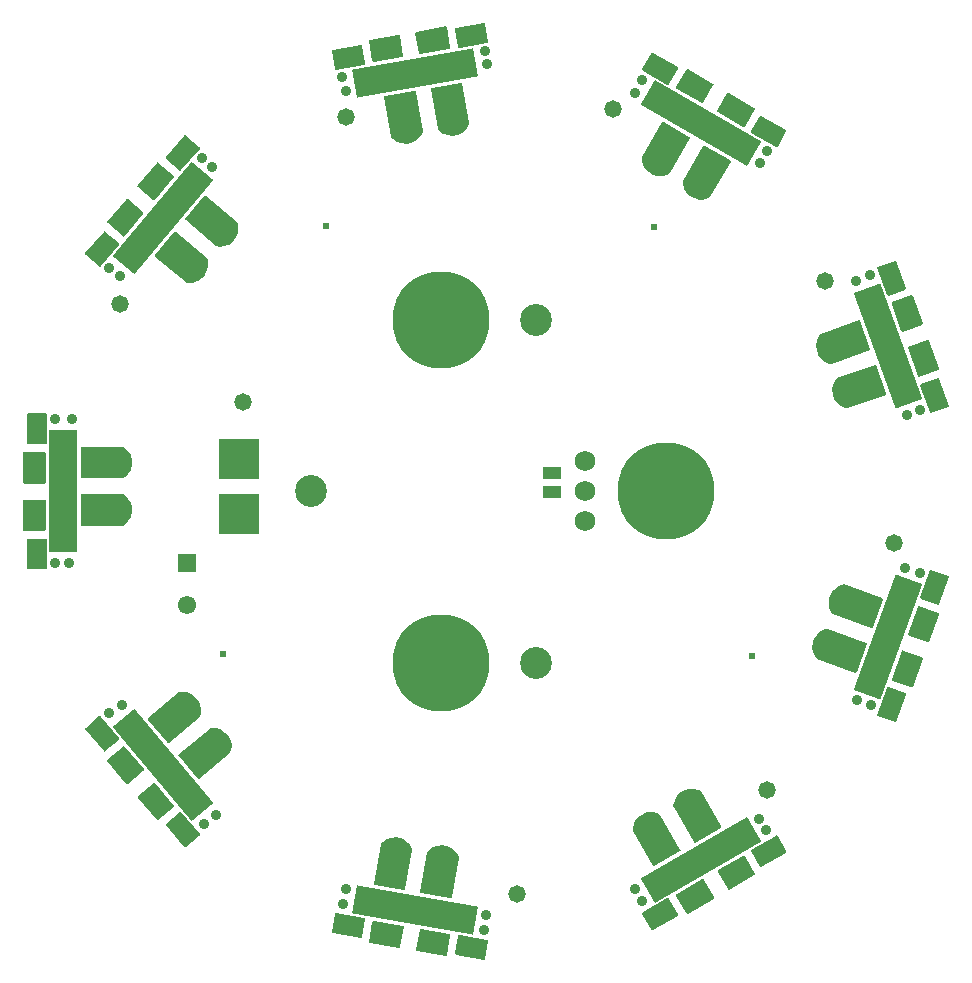
<source format=gbs>
G04*
G04 #@! TF.GenerationSoftware,Altium Limited,Altium Designer,21.7.2 (23)*
G04*
G04 Layer_Color=16711935*
%FSLAX25Y25*%
%MOIN*%
G70*
G04*
G04 #@! TF.SameCoordinates,D2632727-04CE-4768-A3A0-452A1BE06696*
G04*
G04*
G04 #@! TF.FilePolarity,Negative*
G04*
G01*
G75*
%ADD11R,0.09461X0.40958*%
G04:AMPARAMS|DCode=12|XSize=94.61mil|YSize=409.58mil|CornerRadius=0mil|HoleSize=0mil|Usage=FLASHONLY|Rotation=320.000|XOffset=0mil|YOffset=0mil|HoleType=Round|Shape=Rectangle|*
%AMROTATEDRECTD12*
4,1,4,-0.16787,-0.12647,0.09539,0.18729,0.16787,0.12647,-0.09539,-0.18729,-0.16787,-0.12647,0.0*
%
%ADD12ROTATEDRECTD12*%

G04:AMPARAMS|DCode=13|XSize=94.61mil|YSize=409.58mil|CornerRadius=0mil|HoleSize=0mil|Usage=FLASHONLY|Rotation=280.000|XOffset=0mil|YOffset=0mil|HoleType=Round|Shape=Rectangle|*
%AMROTATEDRECTD13*
4,1,4,-0.20989,0.01103,0.19346,0.08215,0.20989,-0.01103,-0.19346,-0.08215,-0.20989,0.01103,0.0*
%
%ADD13ROTATEDRECTD13*%

G04:AMPARAMS|DCode=14|XSize=94.61mil|YSize=409.58mil|CornerRadius=0mil|HoleSize=0mil|Usage=FLASHONLY|Rotation=240.000|XOffset=0mil|YOffset=0mil|HoleType=Round|Shape=Rectangle|*
%AMROTATEDRECTD14*
4,1,4,-0.15370,0.14336,0.20100,-0.06143,0.15370,-0.14336,-0.20100,0.06143,-0.15370,0.14336,0.0*
%
%ADD14ROTATEDRECTD14*%

G04:AMPARAMS|DCode=15|XSize=94.61mil|YSize=409.58mil|CornerRadius=0mil|HoleSize=0mil|Usage=FLASHONLY|Rotation=200.000|XOffset=0mil|YOffset=0mil|HoleType=Round|Shape=Rectangle|*
%AMROTATEDRECTD15*
4,1,4,-0.02559,0.20862,0.11450,-0.17626,0.02559,-0.20862,-0.11450,0.17626,-0.02559,0.20862,0.0*
%
%ADD15ROTATEDRECTD15*%

G04:AMPARAMS|DCode=16|XSize=94.61mil|YSize=409.58mil|CornerRadius=0mil|HoleSize=0mil|Usage=FLASHONLY|Rotation=160.000|XOffset=0mil|YOffset=0mil|HoleType=Round|Shape=Rectangle|*
%AMROTATEDRECTD16*
4,1,4,0.11450,0.17626,-0.02559,-0.20862,-0.11450,-0.17626,0.02559,0.20862,0.11450,0.17626,0.0*
%
%ADD16ROTATEDRECTD16*%

G04:AMPARAMS|DCode=17|XSize=94.61mil|YSize=409.58mil|CornerRadius=0mil|HoleSize=0mil|Usage=FLASHONLY|Rotation=120.000|XOffset=0mil|YOffset=0mil|HoleType=Round|Shape=Rectangle|*
%AMROTATEDRECTD17*
4,1,4,0.20100,0.06143,-0.15370,-0.14336,-0.20100,-0.06143,0.15370,0.14336,0.20100,0.06143,0.0*
%
%ADD17ROTATEDRECTD17*%

G04:AMPARAMS|DCode=18|XSize=94.61mil|YSize=409.58mil|CornerRadius=0mil|HoleSize=0mil|Usage=FLASHONLY|Rotation=80.000|XOffset=0mil|YOffset=0mil|HoleType=Round|Shape=Rectangle|*
%AMROTATEDRECTD18*
4,1,4,0.19346,-0.08215,-0.20989,-0.01103,-0.19346,0.08215,0.20989,0.01103,0.19346,-0.08215,0.0*
%
%ADD18ROTATEDRECTD18*%

G04:AMPARAMS|DCode=19|XSize=94.61mil|YSize=409.58mil|CornerRadius=0mil|HoleSize=0mil|Usage=FLASHONLY|Rotation=40.000|XOffset=0mil|YOffset=0mil|HoleType=Round|Shape=Rectangle|*
%AMROTATEDRECTD19*
4,1,4,0.09539,-0.18729,-0.16787,0.12647,-0.09539,0.18729,0.16787,-0.12647,0.09539,-0.18729,0.0*
%
%ADD19ROTATEDRECTD19*%

%ADD20C,0.10642*%
%ADD21R,0.06115X0.06115*%
%ADD22C,0.06115*%
%ADD23C,0.32296*%
%ADD24C,0.06902*%
%ADD25C,0.03556*%
%ADD26C,0.05800*%
%ADD27C,0.02375*%
%ADD52C,0.04737*%
%ADD53R,0.06115X0.04147*%
%ADD54R,0.13792X0.13792*%
G36*
X-122044Y-780D02*
X-122041Y-780D01*
X-122032Y-781D01*
X-122023Y-781D01*
X-122009Y-783D01*
X-121995Y-784D01*
X-121992Y-784D01*
X-121988Y-785D01*
X-121980Y-786D01*
X-121971Y-788D01*
X-121958Y-791D01*
X-121943Y-794D01*
X-121940Y-795D01*
X-121937Y-796D01*
X-121929Y-799D01*
X-121921Y-801D01*
X-121907Y-806D01*
X-121894Y-811D01*
X-121891Y-812D01*
X-121888Y-813D01*
X-121880Y-817D01*
X-121872Y-821D01*
X-121860Y-828D01*
X-121847Y-834D01*
X-121844Y-836D01*
X-121841Y-837D01*
X-121205Y-1219D01*
X-121205Y-1219D01*
X-121205Y-1219D01*
X-121204Y-1220D01*
X-121183Y-1234D01*
X-121162Y-1249D01*
X-121161Y-1249D01*
X-121161Y-1250D01*
X-121142Y-1267D01*
X-121123Y-1284D01*
X-120085Y-2348D01*
X-120069Y-2367D01*
X-120052Y-2386D01*
X-120052Y-2387D01*
X-120051Y-2388D01*
X-120037Y-2409D01*
X-120023Y-2430D01*
X-120022Y-2432D01*
X-120022Y-2432D01*
X-120022Y-2432D01*
X-119292Y-3723D01*
X-119291Y-3723D01*
X-119291Y-3723D01*
X-119291Y-3724D01*
X-119280Y-3747D01*
X-119269Y-3770D01*
X-119268Y-3770D01*
X-119268Y-3771D01*
X-119260Y-3796D01*
X-119252Y-3819D01*
X-119252Y-3821D01*
Y-3821D01*
Y-3821D01*
X-118873Y-5257D01*
X-118868Y-5281D01*
X-118863Y-5307D01*
X-118863Y-5308D01*
X-118863Y-5308D01*
X-118862Y-5333D01*
X-118860Y-5359D01*
X-118860Y-6846D01*
X-118862Y-6871D01*
X-118863Y-6896D01*
X-118863Y-6897D01*
X-118863Y-6898D01*
X-118868Y-6922D01*
X-118873Y-6948D01*
X-119251Y-8384D01*
X-119251Y-8384D01*
X-119251Y-8384D01*
X-119252Y-8385D01*
X-119260Y-8409D01*
X-119268Y-8433D01*
X-119268Y-8434D01*
X-119269Y-8435D01*
X-119280Y-8458D01*
X-119291Y-8481D01*
X-120023Y-9774D01*
X-120037Y-9796D01*
X-120051Y-9817D01*
X-120051Y-9817D01*
X-120052Y-9818D01*
X-120068Y-9837D01*
X-120085Y-9857D01*
X-121123Y-10921D01*
X-121141Y-10937D01*
X-121160Y-10955D01*
X-121161Y-10956D01*
X-121162Y-10956D01*
X-121181Y-10969D01*
X-121204Y-10985D01*
X-121841Y-11367D01*
X-121844Y-11369D01*
X-121847Y-11371D01*
X-121867Y-11381D01*
X-121888Y-11391D01*
X-121891Y-11392D01*
X-121894Y-11394D01*
X-121915Y-11401D01*
X-121937Y-11409D01*
X-121940Y-11410D01*
X-121943Y-11411D01*
X-121966Y-11415D01*
X-121988Y-11420D01*
X-121992Y-11420D01*
X-121995Y-11421D01*
X-122018Y-11423D01*
X-122040Y-11424D01*
X-122044Y-11424D01*
X-122047Y-11424D01*
X-135433Y-11424D01*
X-135485Y-11421D01*
X-135537Y-11411D01*
X-135587Y-11394D01*
X-135634Y-11371D01*
X-135677Y-11342D01*
X-135716Y-11307D01*
X-135751Y-11268D01*
X-135780Y-11224D01*
X-135803Y-11177D01*
X-135820Y-11127D01*
X-135830Y-11076D01*
X-135834Y-11024D01*
Y-1181D01*
X-135830Y-1129D01*
X-135820Y-1077D01*
X-135803Y-1028D01*
X-135780Y-981D01*
X-135751Y-937D01*
X-135716Y-898D01*
X-135677Y-863D01*
X-135634Y-834D01*
X-135587Y-811D01*
X-135537Y-794D01*
X-135485Y-784D01*
X-135433Y-780D01*
X-122047Y-780D01*
X-122044Y-780D01*
D02*
G37*
G36*
X-147979Y-2752D02*
X-147928Y-2762D01*
X-147878Y-2779D01*
X-147831Y-2802D01*
X-147787Y-2832D01*
X-147748Y-2866D01*
X-147713Y-2906D01*
X-147684Y-2949D01*
X-147661Y-2996D01*
X-147644Y-3046D01*
X-147634Y-3097D01*
X-147631Y-3150D01*
Y-12795D01*
X-147634Y-12848D01*
X-147644Y-12899D01*
X-147661Y-12949D01*
X-147684Y-12996D01*
X-147713Y-13039D01*
X-147748Y-13079D01*
X-147787Y-13113D01*
X-147831Y-13142D01*
X-147878Y-13166D01*
X-147928Y-13183D01*
X-147979Y-13193D01*
X-148031Y-13196D01*
X-154724D01*
X-154777Y-13193D01*
X-154828Y-13183D01*
X-154878Y-13166D01*
X-154925Y-13142D01*
X-154968Y-13113D01*
X-155008Y-13079D01*
X-155042Y-13039D01*
X-155072Y-12996D01*
X-155095Y-12949D01*
X-155112Y-12899D01*
X-155122Y-12848D01*
X-155125Y-12795D01*
Y-3150D01*
X-155122Y-3097D01*
X-155112Y-3046D01*
X-155095Y-2996D01*
X-155072Y-2949D01*
X-155042Y-2906D01*
X-155008Y-2866D01*
X-154968Y-2832D01*
X-154925Y-2802D01*
X-154878Y-2779D01*
X-154828Y-2762D01*
X-154777Y-2752D01*
X-154724Y-2749D01*
X-148031D01*
X-147979Y-2752D01*
D02*
G37*
G36*
X-147585Y-15744D02*
X-147534Y-15755D01*
X-147484Y-15771D01*
X-147437Y-15795D01*
X-147394Y-15824D01*
X-147354Y-15858D01*
X-147320Y-15898D01*
X-147291Y-15941D01*
X-147267Y-15988D01*
X-147251Y-16038D01*
X-147240Y-16089D01*
X-147237Y-16142D01*
Y-25591D01*
X-147240Y-25643D01*
X-147251Y-25694D01*
X-147267Y-25744D01*
X-147291Y-25791D01*
X-147320Y-25835D01*
X-147354Y-25874D01*
X-147394Y-25909D01*
X-147437Y-25938D01*
X-147484Y-25961D01*
X-147534Y-25978D01*
X-147585Y-25988D01*
X-147638Y-25991D01*
X-153543D01*
X-153596Y-25988D01*
X-153647Y-25978D01*
X-153697Y-25961D01*
X-153744Y-25938D01*
X-153787Y-25909D01*
X-153827Y-25874D01*
X-153861Y-25835D01*
X-153890Y-25791D01*
X-153914Y-25744D01*
X-153930Y-25694D01*
X-153941Y-25643D01*
X-153944Y-25591D01*
Y-16142D01*
X-153941Y-16089D01*
X-153930Y-16038D01*
X-153914Y-15988D01*
X-153890Y-15941D01*
X-153861Y-15898D01*
X-153827Y-15858D01*
X-153787Y-15824D01*
X-153744Y-15795D01*
X-153697Y-15771D01*
X-153647Y-15755D01*
X-153596Y-15744D01*
X-153543Y-15741D01*
X-147638D01*
X-147585Y-15744D01*
D02*
G37*
G36*
X118463Y-30984D02*
X118485Y-30984D01*
X118489Y-30984D01*
X118492Y-30985D01*
X118515Y-30988D01*
X118537Y-30991D01*
X118541Y-30992D01*
X118544Y-30992D01*
X118566Y-30999D01*
X118588Y-31005D01*
X118591Y-31006D01*
X118594Y-31007D01*
X131173Y-35585D01*
X131221Y-35606D01*
X131266Y-35634D01*
X131307Y-35666D01*
X131343Y-35704D01*
X131374Y-35747D01*
X131399Y-35793D01*
X131418Y-35842D01*
X131430Y-35892D01*
X131436Y-35945D01*
Y-35945D01*
D01*
X131435Y-35997D01*
X131427Y-36049D01*
X131412Y-36099D01*
X128046Y-45348D01*
X128025Y-45396D01*
X127998Y-45441D01*
X127965Y-45482D01*
X127927Y-45518D01*
X127885Y-45549D01*
X127839Y-45574D01*
X127790Y-45593D01*
X127739Y-45606D01*
X127687Y-45611D01*
X127687D01*
D01*
X127686Y-45611D01*
X127635Y-45610D01*
X127583Y-45602D01*
X127532Y-45588D01*
X114954Y-41010D01*
X114951Y-41008D01*
X114947Y-41007D01*
X114943Y-41005D01*
X114937Y-41003D01*
X114922Y-40995D01*
X114906Y-40988D01*
X114903Y-40987D01*
X114900Y-40985D01*
X114895Y-40982D01*
X114891Y-40980D01*
X114876Y-40970D01*
X114861Y-40961D01*
X114858Y-40959D01*
X114856Y-40957D01*
X114851Y-40954D01*
X114847Y-40951D01*
X114834Y-40939D01*
X114820Y-40928D01*
X114818Y-40926D01*
X114815Y-40924D01*
X114812Y-40920D01*
X114807Y-40916D01*
X114796Y-40903D01*
X114784Y-40890D01*
X114782Y-40888D01*
X114780Y-40885D01*
X114311Y-40308D01*
X114296Y-40287D01*
X114282Y-40266D01*
X114282Y-40266D01*
X114281Y-40265D01*
X114269Y-40242D01*
X114257Y-40220D01*
X113647Y-38867D01*
D01*
D01*
X113646Y-38865D01*
X113637Y-38841D01*
X113628Y-38818D01*
X113628Y-38817D01*
X113628Y-38816D01*
X113622Y-38791D01*
X113616Y-38767D01*
X113370Y-37301D01*
X113368Y-37275D01*
X113365Y-37250D01*
X113365Y-37249D01*
X113365Y-37248D01*
X113366Y-37222D01*
X113366Y-37198D01*
X113367Y-37196D01*
Y-37196D01*
X113367Y-37196D01*
X113502Y-35717D01*
X113506Y-35692D01*
X113510Y-35667D01*
X113510Y-35666D01*
X113510Y-35665D01*
X113517Y-35642D01*
X113525Y-35617D01*
X114033Y-34220D01*
X114043Y-34197D01*
X114053Y-34173D01*
X114054Y-34172D01*
X114054Y-34172D01*
X114067Y-34150D01*
X114081Y-34128D01*
X114928Y-32907D01*
X114944Y-32887D01*
X114960Y-32867D01*
X114960Y-32866D01*
X114961Y-32866D01*
X114979Y-32849D01*
X114997Y-32831D01*
X116128Y-31865D01*
X116148Y-31850D01*
X116168Y-31835D01*
X116169Y-31835D01*
X116170Y-31834D01*
X116192Y-31822D01*
X116214Y-31809D01*
X117553Y-31164D01*
X117577Y-31155D01*
X117601Y-31145D01*
X117601Y-31145D01*
X117602Y-31144D01*
X117626Y-31138D01*
X117651Y-31132D01*
X118381Y-30990D01*
X118384Y-30990D01*
X118388Y-30989D01*
X118410Y-30987D01*
X118433Y-30984D01*
X118436Y-30984D01*
X118440Y-30983D01*
X118463Y-30984D01*
D02*
G37*
G36*
X147522Y-26048D02*
X147573Y-26057D01*
X147585Y-26060D01*
X147624Y-26071D01*
X147624Y-26071D01*
X153173Y-28091D01*
X153221Y-28112D01*
X153266Y-28139D01*
X153307Y-28172D01*
X153343Y-28210D01*
X153374Y-28252D01*
X153399Y-28298D01*
X153418Y-28347D01*
X153431Y-28398D01*
X153437Y-28450D01*
X153435Y-28503D01*
X153427Y-28554D01*
X153413Y-28605D01*
X153413Y-28605D01*
X150181Y-37484D01*
X150160Y-37532D01*
X150133Y-37576D01*
X150100Y-37617D01*
X150062Y-37654D01*
X150020Y-37685D01*
X149974Y-37710D01*
X149925Y-37729D01*
X149874Y-37741D01*
X149822Y-37747D01*
X149822D01*
D01*
X149821Y-37747D01*
X149769Y-37746D01*
X149717Y-37738D01*
X149667Y-37723D01*
X144118Y-35704D01*
X144070Y-35682D01*
X144025Y-35655D01*
X143984Y-35622D01*
X143948Y-35585D01*
X143917Y-35542D01*
X143892Y-35496D01*
X143873Y-35447D01*
X143860Y-35396D01*
X143854Y-35344D01*
Y-35344D01*
D01*
X143854Y-35343D01*
X143856Y-35292D01*
X143864Y-35240D01*
X143878Y-35190D01*
X147110Y-26311D01*
X147131Y-26263D01*
X147158Y-26218D01*
X147191Y-26177D01*
X147229Y-26141D01*
X147271Y-26110D01*
X147317Y-26085D01*
X147366Y-26065D01*
X147417Y-26053D01*
X147469Y-26047D01*
X147522Y-26048D01*
D02*
G37*
G36*
X113076Y-45782D02*
X113099Y-45782D01*
X113103Y-45783D01*
X113106Y-45783D01*
X113128Y-45786D01*
X113151Y-45789D01*
X113154Y-45790D01*
X113158Y-45791D01*
X113180Y-45797D01*
X113202Y-45803D01*
X113205Y-45805D01*
X113208Y-45805D01*
X125787Y-50384D01*
X125835Y-50405D01*
X125880Y-50432D01*
X125920Y-50465D01*
X125957Y-50503D01*
X125988Y-50545D01*
X126013Y-50591D01*
X126032Y-50640D01*
X126044Y-50691D01*
X126050Y-50743D01*
Y-50743D01*
D01*
X126049Y-50795D01*
X126041Y-50847D01*
X126026Y-50897D01*
X122660Y-60146D01*
X122639Y-60194D01*
X122612Y-60239D01*
X122579Y-60280D01*
X122541Y-60316D01*
X122499Y-60347D01*
X122453Y-60373D01*
X122404Y-60392D01*
X122353Y-60404D01*
X122301Y-60410D01*
X122248Y-60409D01*
X122196Y-60401D01*
X122185Y-60397D01*
X122146Y-60386D01*
X122146Y-60386D01*
X109568Y-55808D01*
X109565Y-55806D01*
X109561Y-55805D01*
X109556Y-55803D01*
X109551Y-55801D01*
X109536Y-55794D01*
X109520Y-55787D01*
X109517Y-55785D01*
X109514Y-55783D01*
X109509Y-55781D01*
X109504Y-55778D01*
X109490Y-55769D01*
X109475Y-55760D01*
X109472Y-55757D01*
X109469Y-55756D01*
X109465Y-55752D01*
X109461Y-55749D01*
X109448Y-55738D01*
X109434Y-55727D01*
X109432Y-55724D01*
X109429Y-55722D01*
X109425Y-55718D01*
X109421Y-55714D01*
X109421Y-55714D01*
X109410Y-55701D01*
X109398Y-55689D01*
X109396Y-55686D01*
X109393Y-55684D01*
X108926Y-55108D01*
X108926Y-55108D01*
X108926Y-55107D01*
X108925Y-55106D01*
X108911Y-55086D01*
X108896Y-55065D01*
X108895Y-55064D01*
X108895Y-55063D01*
X108883Y-55041D01*
X108871Y-55019D01*
X108261Y-53665D01*
D01*
D01*
X108260Y-53663D01*
X108251Y-53640D01*
X108242Y-53616D01*
X108242Y-53615D01*
X108241Y-53614D01*
X108236Y-53590D01*
X108230Y-53565D01*
X107984Y-52099D01*
X107982Y-52074D01*
X107979Y-52048D01*
X107979Y-52047D01*
X107979Y-52047D01*
X107980Y-52022D01*
X107980Y-51996D01*
X108116Y-50516D01*
X108120Y-50490D01*
X108124Y-50465D01*
X108124Y-50464D01*
X108124Y-50464D01*
X108131Y-50441D01*
X108139Y-50415D01*
X108647Y-49018D01*
X108657Y-48995D01*
X108667Y-48972D01*
X108668Y-48971D01*
X108668Y-48970D01*
X108681Y-48949D01*
X108694Y-48927D01*
X109541Y-47707D01*
X109541Y-47707D01*
X109541Y-47707D01*
X109542Y-47705D01*
X109557Y-47686D01*
X109573Y-47665D01*
X109574Y-47665D01*
X109574Y-47664D01*
X109592Y-47648D01*
X109611Y-47629D01*
X110742Y-46664D01*
X110763Y-46648D01*
X110782Y-46633D01*
X110783Y-46633D01*
X110784Y-46632D01*
X110807Y-46619D01*
X110828Y-46608D01*
X110829Y-46607D01*
X110829Y-46607D01*
X110829Y-46607D01*
X112167Y-45962D01*
X112191Y-45953D01*
X112214Y-45943D01*
X112215Y-45943D01*
X112216Y-45943D01*
X112240Y-45937D01*
X112265Y-45930D01*
X112995Y-45789D01*
X112998Y-45788D01*
X113001Y-45787D01*
X113024Y-45785D01*
X113047Y-45782D01*
X113050Y-45782D01*
X113054Y-45782D01*
X113076Y-45782D01*
D02*
G37*
G36*
X143515Y-38207D02*
X143567Y-38215D01*
X143617Y-38229D01*
X149907Y-40519D01*
X149907Y-40519D01*
X149934Y-40530D01*
X149955Y-40540D01*
X150000Y-40567D01*
X150040Y-40600D01*
X150077Y-40638D01*
X150108Y-40680D01*
X150133Y-40726D01*
X150152Y-40775D01*
X150164Y-40826D01*
X150170Y-40878D01*
X150169Y-40930D01*
X150161Y-40982D01*
X150146Y-41032D01*
X146847Y-50096D01*
X146826Y-50144D01*
X146799Y-50189D01*
X146781Y-50212D01*
X146766Y-50230D01*
X146728Y-50266D01*
X146686Y-50297D01*
X146640Y-50323D01*
X146591Y-50341D01*
X146581Y-50344D01*
X146540Y-50354D01*
X146488Y-50360D01*
X146436Y-50358D01*
X146384Y-50350D01*
X146334Y-50336D01*
X140044Y-48047D01*
X139996Y-48026D01*
X139951Y-47998D01*
X139910Y-47966D01*
X139874Y-47928D01*
X139843Y-47886D01*
X139818Y-47839D01*
X139799Y-47791D01*
X139787Y-47740D01*
X139781Y-47688D01*
X139782Y-47635D01*
X139790Y-47583D01*
X139805Y-47533D01*
X143104Y-38469D01*
X143104Y-38469D01*
X143115Y-38442D01*
X143125Y-38421D01*
X143152Y-38376D01*
X143185Y-38335D01*
X143223Y-38299D01*
X143265Y-38268D01*
X143311Y-38243D01*
X143360Y-38224D01*
X143411Y-38211D01*
X143463Y-38206D01*
X143515Y-38207D01*
D02*
G37*
G36*
X138129Y-53005D02*
X138181Y-53013D01*
X138231Y-53028D01*
X144521Y-55317D01*
X144569Y-55338D01*
X144613Y-55365D01*
X144654Y-55398D01*
X144691Y-55436D01*
X144722Y-55478D01*
X144747Y-55524D01*
X144766Y-55573D01*
X144778Y-55624D01*
X144784Y-55676D01*
X144783Y-55729D01*
X144775Y-55780D01*
X144760Y-55831D01*
X141394Y-65079D01*
X141394Y-65080D01*
X141382Y-65106D01*
X141373Y-65128D01*
X141346Y-65172D01*
X141313Y-65213D01*
X141275Y-65250D01*
X141233Y-65281D01*
X141187Y-65306D01*
X141138Y-65325D01*
X141087Y-65337D01*
X141035Y-65343D01*
X140982Y-65342D01*
X140930Y-65334D01*
X140880Y-65319D01*
X134591Y-63030D01*
X134543Y-63009D01*
X134498Y-62982D01*
X134475Y-62963D01*
X134457Y-62949D01*
X134421Y-62911D01*
X134390Y-62869D01*
X134365Y-62823D01*
X134346Y-62774D01*
X134343Y-62764D01*
X134333Y-62723D01*
X134327Y-62671D01*
X134328Y-62618D01*
X134336Y-62567D01*
X134351Y-62516D01*
X137717Y-53267D01*
X137717Y-53267D01*
X137729Y-53240D01*
X137739Y-53219D01*
X137766Y-53175D01*
X137799Y-53134D01*
X137837Y-53097D01*
X137879Y-53066D01*
X137925Y-53041D01*
X137974Y-53022D01*
X138025Y-53010D01*
X138077Y-53004D01*
X138129Y-53005D01*
D02*
G37*
G36*
X-102109Y-66775D02*
X-102083Y-66776D01*
X-100606Y-66924D01*
X-100606D01*
X-100605Y-66924D01*
X-100604Y-66924D01*
X-100580Y-66928D01*
X-100554Y-66932D01*
X-100553Y-66933D01*
X-100552Y-66933D01*
X-100528Y-66940D01*
X-100504Y-66948D01*
X-100502Y-66948D01*
D01*
D01*
X-99111Y-67468D01*
X-99088Y-67478D01*
X-99065Y-67488D01*
X-99064Y-67489D01*
X-99063Y-67489D01*
X-99041Y-67503D01*
X-99020Y-67516D01*
X-97807Y-68372D01*
X-97807Y-68372D01*
X-97807Y-68372D01*
X-97806Y-68374D01*
X-97786Y-68389D01*
X-97766Y-68405D01*
X-97766Y-68406D01*
X-97765Y-68406D01*
X-97747Y-68425D01*
X-97730Y-68443D01*
X-96775Y-69581D01*
X-96775Y-69581D01*
X-96775Y-69581D01*
X-96774Y-69582D01*
X-96759Y-69603D01*
X-96744Y-69623D01*
X-96744Y-69624D01*
X-96743Y-69624D01*
X-96731Y-69647D01*
X-96719Y-69669D01*
X-96085Y-71013D01*
X-96075Y-71038D01*
X-96066Y-71061D01*
X-96066Y-71061D01*
X-96066Y-71062D01*
X-96060Y-71087D01*
X-96053Y-71111D01*
X-95783Y-72573D01*
X-95780Y-72599D01*
X-95777Y-72624D01*
X-95777Y-72624D01*
X-95777Y-72625D01*
X-95777Y-72650D01*
X-95777Y-72676D01*
X-95888Y-74159D01*
X-95892Y-74184D01*
X-95895Y-74209D01*
X-95895Y-74210D01*
X-95895Y-74211D01*
X-95902Y-74235D01*
X-95909Y-74259D01*
X-96152Y-74962D01*
X-96153Y-74965D01*
X-96154Y-74968D01*
X-96163Y-74989D01*
X-96172Y-75010D01*
X-96174Y-75013D01*
X-96175Y-75016D01*
X-96187Y-75036D01*
X-96198Y-75056D01*
X-96200Y-75058D01*
X-96202Y-75061D01*
X-96216Y-75079D01*
X-96230Y-75097D01*
X-96233Y-75099D01*
X-96235Y-75102D01*
X-96251Y-75118D01*
X-96268Y-75134D01*
X-96270Y-75136D01*
X-96273Y-75138D01*
X-106527Y-83743D01*
X-106569Y-83774D01*
X-106615Y-83799D01*
X-106664Y-83818D01*
X-106715Y-83830D01*
X-106767Y-83836D01*
X-106819Y-83835D01*
X-106871Y-83827D01*
X-106922Y-83812D01*
X-106970Y-83791D01*
X-107015Y-83764D01*
X-107055Y-83731D01*
X-107092Y-83693D01*
X-113418Y-76153D01*
X-113449Y-76111D01*
X-113475Y-76065D01*
X-113494Y-76016D01*
X-113506Y-75965D01*
X-113512Y-75913D01*
X-113511Y-75861D01*
X-113503Y-75809D01*
X-113488Y-75759D01*
X-113467Y-75711D01*
X-113440Y-75666D01*
X-113407Y-75625D01*
X-113369Y-75589D01*
X-103115Y-66984D01*
X-103112Y-66982D01*
X-103110Y-66980D01*
X-103094Y-66969D01*
X-103078Y-66957D01*
X-103075Y-66955D01*
X-103073Y-66953D01*
X-103069Y-66952D01*
X-103067Y-66950D01*
X-103050Y-66941D01*
X-103032Y-66931D01*
X-103029Y-66930D01*
X-103026Y-66928D01*
X-103023Y-66927D01*
X-103020Y-66926D01*
X-103003Y-66919D01*
X-102984Y-66911D01*
X-102981Y-66910D01*
X-102978Y-66909D01*
X-102974Y-66908D01*
X-102971Y-66907D01*
X-102953Y-66903D01*
X-102933Y-66898D01*
X-102930Y-66898D01*
X-102927Y-66897D01*
X-102923Y-66896D01*
X-102920Y-66896D01*
X-102186Y-66779D01*
X-102162Y-66777D01*
X-102136Y-66774D01*
X-102135Y-66774D01*
X-102134Y-66774D01*
X-102109Y-66775D01*
D02*
G37*
G36*
X133248Y-65264D02*
X133300Y-65272D01*
X133351Y-65287D01*
X133351Y-65287D01*
X138900Y-67306D01*
X138900Y-67307D01*
X138927Y-67318D01*
X138948Y-67328D01*
X138993Y-67355D01*
X139033Y-67388D01*
X139070Y-67426D01*
X139101Y-67468D01*
X139126Y-67514D01*
X139145Y-67563D01*
X139157Y-67614D01*
X139163Y-67666D01*
X139162Y-67718D01*
X139154Y-67770D01*
X139139Y-67820D01*
X135908Y-76699D01*
X135887Y-76747D01*
X135859Y-76792D01*
X135841Y-76815D01*
X135827Y-76833D01*
X135789Y-76869D01*
X135746Y-76900D01*
X135700Y-76925D01*
X135652Y-76944D01*
X135601Y-76957D01*
X135548Y-76963D01*
X135496Y-76961D01*
X135444Y-76954D01*
X135394Y-76939D01*
X129845Y-74919D01*
X129797Y-74898D01*
X129752Y-74871D01*
X129729Y-74853D01*
X129711Y-74838D01*
X129675Y-74800D01*
X129644Y-74758D01*
X129618Y-74712D01*
X129599Y-74663D01*
X129597Y-74653D01*
X129587Y-74612D01*
X129581Y-74560D01*
X129582Y-74507D01*
X129590Y-74456D01*
X129605Y-74405D01*
X132837Y-65526D01*
X132858Y-65478D01*
X132885Y-65433D01*
X132918Y-65393D01*
X132956Y-65356D01*
X132998Y-65325D01*
X133044Y-65300D01*
X133093Y-65281D01*
X133144Y-65269D01*
X133196Y-65263D01*
X133248Y-65264D01*
D02*
G37*
G36*
X-91987Y-78839D02*
X-91961Y-78840D01*
X-90483Y-78988D01*
X-90483D01*
X-90483Y-78988D01*
X-90481Y-78988D01*
X-90457Y-78992D01*
X-90431Y-78996D01*
X-90430Y-78996D01*
X-90430Y-78996D01*
X-90405Y-79004D01*
X-90381Y-79011D01*
X-90379Y-79012D01*
D01*
D01*
X-88988Y-79531D01*
X-88964Y-79542D01*
X-88942Y-79552D01*
X-88941Y-79553D01*
X-88941Y-79553D01*
X-88919Y-79566D01*
X-88897Y-79579D01*
X-87683Y-80437D01*
X-87663Y-80453D01*
X-87643Y-80469D01*
X-87643Y-80470D01*
X-87642Y-80470D01*
X-87625Y-80488D01*
X-87607Y-80507D01*
X-86653Y-81644D01*
X-86653Y-81644D01*
X-86653Y-81644D01*
X-86652Y-81646D01*
X-86637Y-81666D01*
X-86622Y-81687D01*
X-86621Y-81687D01*
X-86621Y-81688D01*
X-86608Y-81710D01*
X-86596Y-81732D01*
X-85962Y-83077D01*
X-85952Y-83102D01*
X-85944Y-83124D01*
X-85943Y-83125D01*
X-85943Y-83126D01*
X-85937Y-83151D01*
X-85931Y-83175D01*
X-85660Y-84637D01*
X-85657Y-84662D01*
X-85654Y-84687D01*
X-85654Y-84688D01*
X-85654Y-84689D01*
X-85654Y-84714D01*
X-85655Y-84740D01*
X-85765Y-86221D01*
Y-86221D01*
X-85765Y-86221D01*
X-85766Y-86222D01*
X-85769Y-86247D01*
X-85773Y-86273D01*
X-85773Y-86273D01*
X-85773Y-86274D01*
X-85780Y-86298D01*
X-85786Y-86323D01*
X-86029Y-87026D01*
X-86030Y-87029D01*
X-86031Y-87032D01*
X-86040Y-87053D01*
X-86049Y-87074D01*
X-86051Y-87077D01*
X-86052Y-87080D01*
X-86064Y-87100D01*
X-86076Y-87119D01*
X-86078Y-87122D01*
X-86079Y-87125D01*
X-86094Y-87143D01*
X-86108Y-87161D01*
X-86110Y-87163D01*
X-86112Y-87166D01*
X-86129Y-87182D01*
X-86145Y-87198D01*
X-86148Y-87200D01*
X-86150Y-87202D01*
X-96404Y-95806D01*
X-96447Y-95837D01*
X-96492Y-95863D01*
X-96541Y-95882D01*
X-96592Y-95894D01*
X-96644Y-95900D01*
X-96697Y-95899D01*
X-96749Y-95891D01*
X-96799Y-95876D01*
X-96847Y-95855D01*
X-96892Y-95828D01*
X-96933Y-95795D01*
X-96969Y-95757D01*
X-103296Y-88217D01*
X-103327Y-88175D01*
X-103352Y-88129D01*
X-103371Y-88080D01*
X-103383Y-88029D01*
X-103389Y-87977D01*
X-103388Y-87924D01*
X-103380Y-87873D01*
X-103365Y-87822D01*
X-103344Y-87774D01*
X-103317Y-87730D01*
X-103284Y-87689D01*
X-103246Y-87652D01*
X-92992Y-79048D01*
X-92989Y-79046D01*
X-92987Y-79044D01*
X-92973Y-79034D01*
X-92959Y-79023D01*
X-92954Y-79020D01*
X-92950Y-79017D01*
X-92947Y-79015D01*
X-92944Y-79014D01*
X-92929Y-79006D01*
X-92914Y-78997D01*
X-92909Y-78995D01*
X-92904Y-78992D01*
X-92901Y-78991D01*
X-92898Y-78989D01*
X-92882Y-78983D01*
X-92865Y-78976D01*
X-92860Y-78975D01*
X-92855Y-78973D01*
X-92851Y-78972D01*
X-92849Y-78971D01*
X-92832Y-78967D01*
X-92815Y-78962D01*
X-92809Y-78962D01*
X-92804Y-78961D01*
X-92800Y-78960D01*
X-92797Y-78959D01*
X-92063Y-78843D01*
X-92039Y-78840D01*
X-92013Y-78838D01*
X-92012Y-78838D01*
X-92011Y-78838D01*
X-91987Y-78839D01*
D02*
G37*
G36*
X-129511Y-74897D02*
X-129460Y-74905D01*
X-129409Y-74920D01*
X-129361Y-74941D01*
X-129316Y-74968D01*
X-129276Y-75001D01*
X-129239Y-75039D01*
X-123166Y-82277D01*
X-123135Y-82319D01*
X-123109Y-82365D01*
X-123091Y-82414D01*
X-123078Y-82465D01*
X-123072Y-82517D01*
X-123073Y-82569D01*
X-123082Y-82621D01*
X-123096Y-82672D01*
X-123117Y-82720D01*
X-123144Y-82764D01*
X-123177Y-82805D01*
X-123215Y-82841D01*
X-127739Y-86637D01*
X-127739Y-86638D01*
X-127763Y-86655D01*
X-127781Y-86668D01*
X-127827Y-86694D01*
X-127876Y-86713D01*
X-127886Y-86715D01*
X-127927Y-86725D01*
X-127979Y-86731D01*
X-128032Y-86730D01*
X-128084Y-86722D01*
X-128134Y-86707D01*
X-128182Y-86686D01*
X-128227Y-86659D01*
X-128268Y-86626D01*
X-128304Y-86588D01*
X-134377Y-79350D01*
X-134408Y-79308D01*
X-134434Y-79262D01*
X-134453Y-79213D01*
X-134465Y-79162D01*
X-134471Y-79110D01*
X-134470Y-79057D01*
X-134462Y-79005D01*
X-134447Y-78955D01*
X-134426Y-78907D01*
X-134399Y-78862D01*
X-134366Y-78821D01*
X-134328Y-78785D01*
X-129804Y-74989D01*
X-129762Y-74958D01*
X-129716Y-74933D01*
X-129667Y-74914D01*
X-129616Y-74901D01*
X-129564Y-74896D01*
X-129511Y-74897D01*
D02*
G37*
G36*
X-121588Y-84952D02*
X-121537Y-84960D01*
X-121486Y-84974D01*
X-121438Y-84996D01*
X-121393Y-85023D01*
X-121353Y-85056D01*
X-121316Y-85093D01*
X-114990Y-92633D01*
X-114959Y-92676D01*
X-114933Y-92721D01*
X-114914Y-92770D01*
X-114902Y-92821D01*
X-114896Y-92873D01*
X-114897Y-92926D01*
X-114905Y-92978D01*
X-114920Y-93028D01*
X-114941Y-93076D01*
X-114968Y-93121D01*
X-115001Y-93162D01*
X-115039Y-93198D01*
X-120166Y-97500D01*
X-120166Y-97500D01*
X-120191Y-97518D01*
X-120208Y-97531D01*
X-120254Y-97556D01*
X-120303Y-97575D01*
X-120354Y-97588D01*
X-120406Y-97593D01*
X-120459Y-97592D01*
X-120510Y-97584D01*
X-120561Y-97570D01*
X-120609Y-97549D01*
X-120654Y-97521D01*
X-120695Y-97488D01*
X-120731Y-97451D01*
X-127057Y-89911D01*
X-127058Y-89911D01*
X-127075Y-89886D01*
X-127088Y-89869D01*
X-127114Y-89823D01*
X-127133Y-89774D01*
X-127145Y-89723D01*
X-127151Y-89671D01*
X-127150Y-89618D01*
X-127142Y-89566D01*
X-127127Y-89516D01*
X-127106Y-89468D01*
X-127079Y-89423D01*
X-127046Y-89382D01*
X-127008Y-89346D01*
X-121881Y-85044D01*
X-121839Y-85013D01*
X-121793Y-84988D01*
X-121744Y-84969D01*
X-121693Y-84956D01*
X-121641Y-84951D01*
X-121588Y-84952D01*
D02*
G37*
G36*
X-111339Y-97166D02*
X-111287Y-97174D01*
X-111237Y-97189D01*
X-111189Y-97210D01*
X-111144Y-97237D01*
X-111103Y-97270D01*
X-111067Y-97308D01*
X-104867Y-104697D01*
X-104836Y-104739D01*
X-104811Y-104785D01*
X-104792Y-104834D01*
X-104779Y-104885D01*
X-104774Y-104937D01*
X-104775Y-104990D01*
X-104783Y-105041D01*
X-104797Y-105092D01*
X-104818Y-105140D01*
X-104846Y-105184D01*
X-104878Y-105225D01*
X-104916Y-105262D01*
X-110043Y-109564D01*
X-110044Y-109564D01*
X-110068Y-109582D01*
X-110086Y-109595D01*
X-110132Y-109620D01*
X-110181Y-109639D01*
X-110231Y-109651D01*
X-110284Y-109657D01*
X-110336Y-109656D01*
X-110388Y-109648D01*
X-110438Y-109633D01*
X-110486Y-109612D01*
X-110531Y-109585D01*
X-110572Y-109552D01*
X-110608Y-109514D01*
X-116808Y-102125D01*
X-116839Y-102083D01*
X-116865Y-102037D01*
X-116884Y-101988D01*
X-116896Y-101937D01*
X-116902Y-101885D01*
X-116901Y-101833D01*
X-116893Y-101781D01*
X-116878Y-101731D01*
X-116857Y-101683D01*
X-116830Y-101638D01*
X-116797Y-101597D01*
X-116759Y-101561D01*
X-111632Y-97259D01*
X-111632Y-97259D01*
X-111607Y-97241D01*
X-111590Y-97228D01*
X-111544Y-97202D01*
X-111495Y-97183D01*
X-111444Y-97171D01*
X-111392Y-97165D01*
X-111339Y-97166D01*
D02*
G37*
G36*
X68502Y-99057D02*
X68527Y-99059D01*
X68528Y-99059D01*
X68529Y-99059D01*
X68554Y-99064D01*
X68579Y-99068D01*
X70019Y-99435D01*
X70043Y-99443D01*
X70068Y-99450D01*
X70068Y-99451D01*
X70069Y-99451D01*
X70091Y-99462D01*
X70115Y-99473D01*
X70765Y-99834D01*
X70768Y-99836D01*
X70771Y-99837D01*
X70790Y-99850D01*
X70809Y-99862D01*
X70811Y-99864D01*
X70814Y-99866D01*
X70832Y-99881D01*
X70849Y-99896D01*
X70851Y-99899D01*
X70854Y-99901D01*
X70869Y-99918D01*
X70884Y-99935D01*
X70886Y-99938D01*
X70888Y-99940D01*
X70901Y-99960D01*
X70914Y-99978D01*
X70916Y-99981D01*
X70917Y-99984D01*
X77610Y-111576D01*
X77610Y-111576D01*
X77634Y-111623D01*
X77650Y-111673D01*
X77661Y-111724D01*
X77664Y-111777D01*
X77661Y-111829D01*
X77650Y-111880D01*
X77634Y-111930D01*
X77610Y-111977D01*
X77581Y-112021D01*
X77547Y-112060D01*
X77507Y-112095D01*
X77464Y-112124D01*
X68940Y-117045D01*
X68893Y-117068D01*
X68843Y-117085D01*
X68792Y-117095D01*
X68739Y-117099D01*
X68687Y-117095D01*
X68636Y-117085D01*
X68586Y-117068D01*
X68539Y-117045D01*
X68495Y-117016D01*
X68456Y-116981D01*
X68421Y-116942D01*
X68392Y-116898D01*
X68392Y-116898D01*
X61699Y-105306D01*
X61698Y-105303D01*
X61696Y-105300D01*
X61686Y-105280D01*
X61676Y-105259D01*
X61675Y-105256D01*
X61674Y-105253D01*
X61667Y-105231D01*
X61659Y-105209D01*
X61659Y-105206D01*
X61658Y-105203D01*
X61654Y-105181D01*
X61649Y-105158D01*
X61649Y-105154D01*
X61648Y-105151D01*
X61647Y-105129D01*
X61646Y-105105D01*
X61646Y-105102D01*
X61646Y-105099D01*
X61658Y-104357D01*
Y-104357D01*
Y-104357D01*
X61658Y-104356D01*
X61660Y-104330D01*
X61662Y-104305D01*
X61662Y-104304D01*
X61663Y-104303D01*
X61668Y-104279D01*
X61673Y-104254D01*
X62076Y-102823D01*
X62085Y-102798D01*
X62093Y-102775D01*
X62093Y-102774D01*
X62093Y-102773D01*
X62105Y-102750D01*
X62116Y-102728D01*
X62117Y-102727D01*
X62117Y-102726D01*
X62117Y-102726D01*
X62870Y-101447D01*
X62884Y-101426D01*
X62899Y-101405D01*
X62899Y-101404D01*
X62900Y-101403D01*
X62917Y-101385D01*
X62934Y-101365D01*
X62935Y-101364D01*
D01*
D01*
X63988Y-100320D01*
X63988Y-100320D01*
X63988Y-100320D01*
X63989Y-100319D01*
X64008Y-100303D01*
X64027Y-100285D01*
X64028Y-100285D01*
X64029Y-100284D01*
X64050Y-100270D01*
X64071Y-100256D01*
X65358Y-99513D01*
X65381Y-99502D01*
X65404Y-99490D01*
X65405Y-99490D01*
X65405Y-99490D01*
X65430Y-99481D01*
X65453Y-99473D01*
X66888Y-99082D01*
X66913Y-99077D01*
X66938Y-99072D01*
X66938Y-99072D01*
X66939Y-99072D01*
X66965Y-99070D01*
X66990Y-99068D01*
X68476Y-99056D01*
X68502Y-99057D01*
D02*
G37*
G36*
X-102687Y-106866D02*
X-102635Y-106874D01*
X-102584Y-106888D01*
X-102536Y-106909D01*
X-102491Y-106937D01*
X-102451Y-106969D01*
X-102414Y-107007D01*
X-96341Y-114246D01*
X-96310Y-114288D01*
X-96285Y-114334D01*
X-96266Y-114383D01*
X-96253Y-114434D01*
X-96247Y-114486D01*
X-96249Y-114538D01*
X-96257Y-114590D01*
X-96271Y-114640D01*
X-96292Y-114688D01*
X-96320Y-114733D01*
X-96352Y-114774D01*
X-96390Y-114810D01*
X-100914Y-118606D01*
X-100956Y-118637D01*
X-101002Y-118663D01*
X-101051Y-118682D01*
X-101102Y-118694D01*
X-101154Y-118700D01*
X-101207Y-118699D01*
X-101259Y-118691D01*
X-101309Y-118676D01*
X-101357Y-118655D01*
X-101402Y-118628D01*
X-101443Y-118595D01*
X-101479Y-118557D01*
X-107552Y-111319D01*
X-107583Y-111276D01*
X-107609Y-111230D01*
X-107628Y-111181D01*
X-107640Y-111131D01*
X-107646Y-111079D01*
X-107645Y-111026D01*
X-107637Y-110974D01*
X-107622Y-110924D01*
X-107601Y-110876D01*
X-107584Y-110848D01*
X-107574Y-110831D01*
X-107541Y-110790D01*
X-107503Y-110754D01*
X-107503Y-110754D01*
X-102979Y-106958D01*
X-102937Y-106927D01*
X-102891Y-106902D01*
X-102842Y-106883D01*
X-102791Y-106870D01*
X-102739Y-106865D01*
X-102687Y-106866D01*
D02*
G37*
G36*
X54864Y-106931D02*
X54889Y-106933D01*
X54890Y-106933D01*
X54891Y-106933D01*
X54915Y-106938D01*
X54940Y-106942D01*
X56381Y-107309D01*
X56406Y-107317D01*
X56429Y-107325D01*
X56430Y-107325D01*
X56431Y-107325D01*
X56454Y-107336D01*
X56477Y-107347D01*
X57127Y-107708D01*
X57130Y-107710D01*
X57133Y-107711D01*
X57151Y-107724D01*
X57171Y-107736D01*
X57173Y-107738D01*
X57176Y-107740D01*
X57193Y-107755D01*
X57211Y-107770D01*
X57213Y-107773D01*
X57216Y-107775D01*
X57231Y-107792D01*
X57246Y-107809D01*
X57248Y-107812D01*
X57250Y-107814D01*
X57263Y-107833D01*
X57276Y-107852D01*
X57277Y-107855D01*
X57279Y-107858D01*
X63972Y-119450D01*
X63972Y-119450D01*
X63995Y-119497D01*
X64012Y-119547D01*
X64022Y-119598D01*
X64026Y-119651D01*
X64022Y-119703D01*
X64012Y-119754D01*
X63995Y-119804D01*
X63972Y-119851D01*
X63943Y-119895D01*
X63908Y-119934D01*
X63869Y-119969D01*
X63826Y-119998D01*
X55302Y-124919D01*
X55255Y-124942D01*
X55205Y-124959D01*
X55154Y-124969D01*
X55101Y-124973D01*
X55049Y-124969D01*
X54997Y-124959D01*
X54948Y-124942D01*
X54901Y-124919D01*
X54857Y-124890D01*
X54818Y-124855D01*
X54783Y-124816D01*
X54754Y-124772D01*
X48061Y-113180D01*
X48060Y-113177D01*
X48058Y-113174D01*
X48048Y-113154D01*
X48038Y-113133D01*
X48037Y-113130D01*
X48035Y-113127D01*
X48029Y-113105D01*
X48021Y-113083D01*
X48020Y-113080D01*
X48019Y-113077D01*
X48015Y-113055D01*
X48011Y-113032D01*
X48011Y-113028D01*
X48010Y-113025D01*
X48009Y-113003D01*
X48007Y-112980D01*
X48008Y-112976D01*
X48008Y-112973D01*
X48020Y-112231D01*
Y-112231D01*
Y-112231D01*
X48020Y-112230D01*
X48022Y-112205D01*
X48024Y-112179D01*
X48024Y-112178D01*
X48024Y-112177D01*
X48030Y-112153D01*
X48035Y-112128D01*
X48438Y-110697D01*
X48446Y-110673D01*
X48454Y-110649D01*
X48455Y-110648D01*
X48455Y-110647D01*
X48467Y-110624D01*
X48478Y-110602D01*
X48479Y-110601D01*
X48479Y-110601D01*
X48479Y-110600D01*
X49232Y-109321D01*
X49246Y-109300D01*
X49261Y-109279D01*
X49261Y-109278D01*
X49262Y-109277D01*
X49278Y-109259D01*
X49295Y-109239D01*
X50350Y-108194D01*
X50350Y-108194D01*
X50350Y-108194D01*
X50351Y-108193D01*
X50369Y-108177D01*
X50389Y-108159D01*
X50390Y-108159D01*
X50390Y-108158D01*
X50412Y-108144D01*
X50433Y-108130D01*
X51719Y-107388D01*
X51719Y-107388D01*
X51719Y-107388D01*
X51720Y-107387D01*
X51742Y-107376D01*
X51766Y-107364D01*
X51767Y-107364D01*
X51767Y-107364D01*
X51790Y-107356D01*
X51815Y-107347D01*
X53250Y-106957D01*
X53275Y-106951D01*
X53299Y-106946D01*
X53300Y-106946D01*
X53301Y-106946D01*
X53326Y-106944D01*
X53352Y-106942D01*
X54838Y-106930D01*
X54864Y-106931D01*
D02*
G37*
G36*
X96033Y-114665D02*
X96085Y-114676D01*
X96134Y-114692D01*
X96181Y-114716D01*
X96225Y-114745D01*
X96264Y-114779D01*
X96299Y-114819D01*
X96328Y-114862D01*
X99281Y-119977D01*
X99304Y-120024D01*
X99321Y-120073D01*
X99331Y-120125D01*
X99335Y-120177D01*
X99331Y-120229D01*
X99321Y-120281D01*
X99304Y-120331D01*
X99281Y-120378D01*
X99252Y-120421D01*
X99217Y-120461D01*
X99178Y-120495D01*
X99134Y-120524D01*
X90951Y-125249D01*
X90951Y-125249D01*
X90904Y-125272D01*
X90855Y-125289D01*
X90803Y-125299D01*
X90751Y-125302D01*
X90698Y-125299D01*
X90647Y-125289D01*
X90597Y-125272D01*
X90550Y-125249D01*
X90507Y-125220D01*
X90467Y-125185D01*
X90433Y-125146D01*
X90404Y-125102D01*
X87451Y-119988D01*
X87428Y-119941D01*
X87411Y-119891D01*
X87401Y-119840D01*
X87397Y-119787D01*
X87401Y-119735D01*
X87411Y-119684D01*
X87428Y-119634D01*
X87451Y-119587D01*
X87480Y-119543D01*
X87515Y-119504D01*
X87554Y-119469D01*
X87598Y-119440D01*
X95780Y-114716D01*
X95780Y-114716D01*
X95828Y-114692D01*
X95877Y-114676D01*
X95929Y-114665D01*
X95981Y-114662D01*
X96033Y-114665D01*
D02*
G37*
G36*
X85149Y-121404D02*
X85201Y-121414D01*
X85250Y-121431D01*
X85297Y-121454D01*
X85341Y-121483D01*
X85380Y-121518D01*
X85415Y-121557D01*
X85444Y-121601D01*
X88790Y-127397D01*
X88814Y-127444D01*
X88830Y-127494D01*
X88841Y-127545D01*
X88844Y-127598D01*
X88841Y-127650D01*
X88830Y-127701D01*
X88814Y-127751D01*
X88790Y-127798D01*
X88761Y-127842D01*
X88727Y-127881D01*
X88687Y-127916D01*
X88644Y-127945D01*
X80290Y-132768D01*
X80243Y-132791D01*
X80194Y-132808D01*
X80142Y-132818D01*
X80090Y-132821D01*
X80037Y-132818D01*
X79986Y-132808D01*
X79936Y-132791D01*
X79889Y-132768D01*
X79846Y-132738D01*
X79806Y-132704D01*
X79772Y-132665D01*
X79743Y-132621D01*
X79743Y-132621D01*
X76396Y-126825D01*
X76373Y-126778D01*
X76356Y-126728D01*
X76346Y-126677D01*
X76342Y-126624D01*
X76346Y-126572D01*
X76356Y-126521D01*
X76373Y-126471D01*
X76396Y-126424D01*
X76425Y-126380D01*
X76460Y-126341D01*
X76499Y-126306D01*
X76543Y-126277D01*
X84896Y-121454D01*
X84943Y-121431D01*
X84993Y-121414D01*
X85044Y-121404D01*
X85097Y-121400D01*
X85149Y-121404D01*
D02*
G37*
G36*
X-30922Y-115244D02*
X-30922Y-115244D01*
X-30897Y-115247D01*
X-30871Y-115250D01*
X-29407Y-115508D01*
X-29383Y-115514D01*
X-29358Y-115520D01*
X-29357Y-115521D01*
X-29356Y-115521D01*
X-29333Y-115530D01*
X-29309Y-115539D01*
X-27959Y-116162D01*
X-27936Y-116174D01*
X-27914Y-116186D01*
X-27913Y-116186D01*
X-27913Y-116187D01*
X-27891Y-116202D01*
X-27872Y-116216D01*
X-26725Y-117162D01*
X-26705Y-117181D01*
X-26688Y-117197D01*
X-26687Y-117198D01*
X-26687Y-117198D01*
X-26671Y-117218D01*
X-26654Y-117238D01*
X-25786Y-118445D01*
X-25773Y-118466D01*
X-25760Y-118488D01*
X-25759Y-118488D01*
X-25759Y-118489D01*
X-25748Y-118513D01*
X-25738Y-118535D01*
X-25472Y-119229D01*
X-25471Y-119232D01*
X-25469Y-119236D01*
X-25463Y-119257D01*
X-25456Y-119279D01*
X-25456Y-119283D01*
X-25455Y-119286D01*
X-25451Y-119309D01*
X-25447Y-119331D01*
X-25447Y-119334D01*
X-25447Y-119338D01*
X-25446Y-119360D01*
X-25445Y-119383D01*
X-25446Y-119387D01*
X-25446Y-119390D01*
X-25448Y-119413D01*
X-25450Y-119436D01*
X-25451Y-119439D01*
X-25451Y-119442D01*
X-27776Y-132625D01*
X-27788Y-132676D01*
X-27807Y-132725D01*
X-27832Y-132771D01*
X-27863Y-132813D01*
X-27900Y-132851D01*
X-27940Y-132884D01*
X-27985Y-132911D01*
X-28033Y-132932D01*
X-28084Y-132947D01*
X-28135Y-132955D01*
X-28188Y-132956D01*
X-28240Y-132950D01*
X-37933Y-131241D01*
X-37984Y-131228D01*
X-38033Y-131209D01*
X-38079Y-131184D01*
X-38121Y-131153D01*
X-38159Y-131117D01*
X-38192Y-131076D01*
X-38219Y-131031D01*
X-38240Y-130983D01*
X-38255Y-130933D01*
X-38263Y-130881D01*
X-38264Y-130828D01*
X-38258Y-130776D01*
X-35934Y-117594D01*
X-35933Y-117591D01*
X-35932Y-117588D01*
X-35927Y-117566D01*
X-35921Y-117543D01*
X-35920Y-117540D01*
X-35919Y-117537D01*
X-35911Y-117516D01*
X-35902Y-117494D01*
X-35901Y-117491D01*
X-35899Y-117488D01*
X-35888Y-117469D01*
X-35877Y-117448D01*
X-35875Y-117446D01*
X-35873Y-117443D01*
X-35860Y-117425D01*
X-35846Y-117406D01*
X-35844Y-117404D01*
X-35842Y-117401D01*
X-35842Y-117401D01*
X-35354Y-116840D01*
X-35337Y-116822D01*
X-35319Y-116803D01*
X-35318Y-116803D01*
X-35318Y-116802D01*
X-35298Y-116787D01*
X-35278Y-116771D01*
X-34049Y-115934D01*
X-34027Y-115921D01*
X-34005Y-115908D01*
X-34005Y-115908D01*
X-34004Y-115907D01*
X-33981Y-115897D01*
X-33957Y-115887D01*
X-32556Y-115390D01*
X-32532Y-115384D01*
X-32507Y-115376D01*
X-32506Y-115376D01*
X-32506Y-115376D01*
X-32482Y-115373D01*
X-32455Y-115369D01*
X-30974Y-115245D01*
X-30948Y-115245D01*
X-30923Y-115244D01*
X-30922Y-115244D01*
D02*
G37*
G36*
X-15414Y-117979D02*
X-15413Y-117979D01*
X-15388Y-117982D01*
X-15362Y-117985D01*
X-13898Y-118243D01*
X-13874Y-118249D01*
X-13849Y-118255D01*
X-13848Y-118255D01*
X-13847Y-118255D01*
X-13824Y-118264D01*
X-13800Y-118274D01*
X-12450Y-118896D01*
X-12428Y-118908D01*
X-12405Y-118920D01*
X-12405Y-118921D01*
X-12404Y-118921D01*
X-12384Y-118936D01*
X-12363Y-118951D01*
X-11216Y-119897D01*
X-11196Y-119915D01*
X-11179Y-119932D01*
X-11178Y-119932D01*
X-11178Y-119933D01*
X-11162Y-119952D01*
X-11146Y-119972D01*
X-10278Y-121179D01*
X-10263Y-121202D01*
X-10251Y-121222D01*
X-10250Y-121223D01*
X-10250Y-121224D01*
X-10239Y-121248D01*
X-10229Y-121270D01*
X-9963Y-121964D01*
X-9962Y-121967D01*
X-9961Y-121970D01*
X-9954Y-121992D01*
X-9947Y-122014D01*
X-9947Y-122017D01*
X-9946Y-122020D01*
X-9942Y-122043D01*
X-9939Y-122066D01*
X-9938Y-122069D01*
X-9938Y-122072D01*
X-9937Y-122095D01*
X-9937Y-122118D01*
X-9937Y-122121D01*
X-9937Y-122125D01*
X-9939Y-122148D01*
X-9941Y-122170D01*
X-9942Y-122174D01*
X-9942Y-122177D01*
X-12267Y-135359D01*
X-12279Y-135410D01*
X-12298Y-135459D01*
X-12324Y-135505D01*
X-12354Y-135547D01*
X-12391Y-135585D01*
X-12432Y-135618D01*
X-12477Y-135645D01*
X-12525Y-135667D01*
X-12575Y-135681D01*
X-12627Y-135689D01*
X-12679Y-135690D01*
X-12731Y-135685D01*
X-22424Y-133975D01*
X-22475Y-133963D01*
X-22524Y-133944D01*
X-22570Y-133919D01*
X-22612Y-133888D01*
X-22650Y-133852D01*
X-22683Y-133811D01*
X-22710Y-133766D01*
X-22731Y-133718D01*
X-22746Y-133667D01*
X-22754Y-133616D01*
X-22755Y-133563D01*
D01*
Y-133563D01*
X-22749Y-133511D01*
X-20425Y-120329D01*
X-20424Y-120325D01*
X-20424Y-120322D01*
X-20420Y-120308D01*
X-20417Y-120294D01*
X-20414Y-120286D01*
X-20413Y-120278D01*
X-20411Y-120274D01*
X-20410Y-120271D01*
X-20405Y-120258D01*
X-20401Y-120245D01*
X-20397Y-120237D01*
X-20393Y-120229D01*
X-20392Y-120226D01*
X-20391Y-120223D01*
X-20384Y-120211D01*
X-20377Y-120198D01*
X-20372Y-120191D01*
X-20368Y-120183D01*
X-20366Y-120180D01*
X-20365Y-120177D01*
X-20356Y-120166D01*
X-20348Y-120154D01*
X-20342Y-120148D01*
X-20337Y-120141D01*
X-20335Y-120138D01*
X-20333Y-120135D01*
X-19846Y-119574D01*
X-19828Y-119557D01*
X-19810Y-119538D01*
X-19809Y-119537D01*
X-19809Y-119537D01*
X-19790Y-119523D01*
X-19769Y-119506D01*
X-18540Y-118668D01*
X-18519Y-118656D01*
X-18497Y-118642D01*
X-18496Y-118642D01*
X-18495Y-118642D01*
X-18473Y-118632D01*
X-18448Y-118622D01*
X-17049Y-118126D01*
X-17049Y-118126D01*
X-17049Y-118126D01*
X-17047Y-118125D01*
X-17024Y-118119D01*
X-16998Y-118111D01*
X-16998Y-118111D01*
X-16997Y-118111D01*
X-16973Y-118107D01*
X-16947Y-118103D01*
X-15465Y-117980D01*
X-15439Y-117980D01*
X-15414Y-117979D01*
X-15414Y-117979D01*
D02*
G37*
G36*
X71511Y-129278D02*
X71562Y-129288D01*
X71612Y-129305D01*
X71659Y-129328D01*
X71703Y-129357D01*
X71742Y-129392D01*
X71777Y-129431D01*
X71806Y-129475D01*
X71806Y-129475D01*
X75152Y-135271D01*
X75175Y-135318D01*
X75192Y-135368D01*
X75203Y-135419D01*
X75206Y-135472D01*
X75203Y-135524D01*
X75192Y-135575D01*
X75175Y-135625D01*
X75152Y-135672D01*
X75123Y-135716D01*
X75089Y-135755D01*
X75049Y-135790D01*
X75006Y-135819D01*
X66482Y-140740D01*
X66435Y-140763D01*
X66385Y-140780D01*
X66334Y-140790D01*
X66281Y-140794D01*
X66229Y-140790D01*
X66177Y-140780D01*
X66128Y-140763D01*
X66081Y-140740D01*
X66037Y-140711D01*
X65998Y-140676D01*
X65963Y-140637D01*
X65934Y-140593D01*
X65934Y-140593D01*
X62588Y-134797D01*
X62564Y-134750D01*
X62547Y-134700D01*
X62537Y-134649D01*
X62534Y-134597D01*
X62537Y-134544D01*
X62547Y-134493D01*
X62564Y-134443D01*
X62588Y-134396D01*
X62617Y-134353D01*
X62651Y-134313D01*
X62691Y-134279D01*
X62734Y-134249D01*
X71258Y-129328D01*
X71305Y-129305D01*
X71355Y-129288D01*
X71406Y-129278D01*
X71459Y-129274D01*
X71511Y-129278D01*
D02*
G37*
G36*
X59892Y-135531D02*
X59943Y-135542D01*
X59993Y-135559D01*
X60040Y-135582D01*
X60084Y-135611D01*
X60123Y-135645D01*
X60158Y-135685D01*
X60187Y-135729D01*
X63140Y-140843D01*
X63140Y-140843D01*
X63155Y-140874D01*
X63163Y-140890D01*
X63180Y-140939D01*
X63190Y-140991D01*
X63193Y-141043D01*
X63190Y-141096D01*
X63180Y-141147D01*
X63163Y-141197D01*
X63140Y-141244D01*
X63111Y-141287D01*
X63076Y-141327D01*
X63037Y-141361D01*
X62993Y-141390D01*
X54810Y-146115D01*
X54763Y-146138D01*
X54713Y-146155D01*
X54662Y-146165D01*
X54610Y-146168D01*
D01*
X54610D01*
X54557Y-146165D01*
X54506Y-146155D01*
X54456Y-146138D01*
X54409Y-146115D01*
X54365Y-146086D01*
X54326Y-146051D01*
X54291Y-146012D01*
X54262Y-145968D01*
X54262Y-145968D01*
X51310Y-140854D01*
X51287Y-140807D01*
X51270Y-140757D01*
X51259Y-140706D01*
X51256Y-140653D01*
D01*
Y-140653D01*
X51259Y-140601D01*
X51270Y-140550D01*
X51287Y-140500D01*
X51310Y-140453D01*
X51339Y-140409D01*
X51373Y-140370D01*
X51413Y-140335D01*
X51456Y-140306D01*
X51456Y-140306D01*
X59639Y-135582D01*
X59639Y-135582D01*
X59671Y-135566D01*
X59686Y-135559D01*
X59736Y-135542D01*
X59787Y-135531D01*
X59840Y-135528D01*
X59892Y-135531D01*
D02*
G37*
G36*
X-50769Y-140556D02*
X-41464Y-142197D01*
X-41413Y-142210D01*
X-41364Y-142229D01*
X-41318Y-142254D01*
X-41276Y-142285D01*
X-41238Y-142321D01*
X-41205Y-142362D01*
X-41178Y-142407D01*
X-41157Y-142455D01*
X-41142Y-142505D01*
X-41134Y-142557D01*
X-41133Y-142609D01*
X-41139Y-142661D01*
X-42164Y-148477D01*
X-42177Y-148528D01*
X-42196Y-148577D01*
X-42221Y-148623D01*
X-42252Y-148665D01*
X-42288Y-148703D01*
X-42329Y-148736D01*
X-42374Y-148763D01*
X-42422Y-148784D01*
X-42472Y-148799D01*
X-42524Y-148807D01*
X-42577Y-148808D01*
X-42629Y-148802D01*
X-51934Y-147162D01*
X-51985Y-147149D01*
X-52034Y-147130D01*
X-52080Y-147105D01*
X-52122Y-147074D01*
X-52160Y-147038D01*
X-52193Y-146997D01*
X-52220Y-146952D01*
X-52241Y-146904D01*
X-52256Y-146854D01*
X-52264Y-146802D01*
X-52265Y-146749D01*
X-52259Y-146697D01*
X-51234Y-140882D01*
X-51221Y-140831D01*
X-51202Y-140782D01*
X-51177Y-140736D01*
X-51146Y-140693D01*
X-51110Y-140656D01*
X-51069Y-140623D01*
X-51024Y-140595D01*
X-50976Y-140574D01*
X-50926Y-140560D01*
X-50874Y-140552D01*
X-50821Y-140551D01*
X-50769Y-140556D01*
D02*
G37*
G36*
X-38237Y-143166D02*
X-28544Y-144875D01*
X-28493Y-144887D01*
X-28444Y-144906D01*
X-28398Y-144932D01*
X-28356Y-144963D01*
X-28318Y-144999D01*
X-28285Y-145040D01*
X-28258Y-145085D01*
X-28237Y-145133D01*
X-28222Y-145183D01*
X-28214Y-145235D01*
X-28213Y-145287D01*
X-28218Y-145339D01*
X-29381Y-151931D01*
X-29393Y-151982D01*
X-29412Y-152031D01*
X-29437Y-152076D01*
X-29468Y-152119D01*
X-29505Y-152157D01*
X-29546Y-152189D01*
X-29590Y-152217D01*
X-29638Y-152238D01*
X-29689Y-152252D01*
X-29741Y-152260D01*
X-29793Y-152261D01*
X-29845Y-152256D01*
X-39538Y-150547D01*
X-39589Y-150534D01*
X-39638Y-150515D01*
X-39684Y-150490D01*
X-39726Y-150459D01*
X-39764Y-150423D01*
X-39797Y-150382D01*
X-39824Y-150337D01*
X-39845Y-150289D01*
X-39860Y-150239D01*
X-39868Y-150187D01*
X-39869Y-150134D01*
X-39863Y-150082D01*
X-38701Y-143491D01*
X-38689Y-143440D01*
X-38670Y-143391D01*
X-38644Y-143345D01*
X-38613Y-143303D01*
X-38577Y-143265D01*
X-38536Y-143232D01*
X-38491Y-143205D01*
X-38443Y-143184D01*
X-38393Y-143169D01*
X-38341Y-143161D01*
X-38289Y-143160D01*
X-38237Y-143166D01*
D02*
G37*
G36*
X-22534Y-145935D02*
X-13035Y-147610D01*
X-12984Y-147622D01*
X-12935Y-147641D01*
X-12889Y-147666D01*
X-12847Y-147697D01*
X-12809Y-147734D01*
X-12776Y-147775D01*
X-12749Y-147819D01*
X-12728Y-147867D01*
X-12713Y-147918D01*
X-12705Y-147969D01*
X-12704Y-148022D01*
X-12710Y-148074D01*
X-13872Y-154665D01*
X-13884Y-154716D01*
X-13903Y-154765D01*
X-13929Y-154811D01*
X-13960Y-154853D01*
X-13996Y-154891D01*
X-14037Y-154924D01*
X-14082Y-154951D01*
X-14130Y-154972D01*
X-14180Y-154987D01*
X-14232Y-154995D01*
X-14284Y-154996D01*
X-14336Y-154990D01*
X-23835Y-153315D01*
X-23886Y-153303D01*
X-23935Y-153284D01*
X-23981Y-153259D01*
X-24024Y-153228D01*
X-24061Y-153191D01*
X-24094Y-153151D01*
X-24121Y-153106D01*
X-24142Y-153058D01*
X-24157Y-153007D01*
X-24165Y-152956D01*
X-24166Y-152903D01*
X-24161Y-152851D01*
X-22998Y-146260D01*
X-22986Y-146209D01*
X-22967Y-146160D01*
X-22942Y-146114D01*
X-22911Y-146072D01*
X-22874Y-146034D01*
X-22834Y-146001D01*
X-22789Y-145974D01*
X-22741Y-145953D01*
X-22690Y-145938D01*
X-22639Y-145930D01*
X-22586Y-145929D01*
X-22534Y-145935D01*
D02*
G37*
G36*
X-9671Y-147803D02*
X-366Y-149444D01*
X-315Y-149456D01*
X-266Y-149475D01*
X-220Y-149501D01*
X-178Y-149531D01*
X-140Y-149568D01*
X-107Y-149609D01*
X-80Y-149653D01*
X-59Y-149701D01*
X-44Y-149752D01*
X-36Y-149804D01*
X-35Y-149856D01*
X-40Y-149908D01*
X-1066Y-155724D01*
X-1078Y-155775D01*
X-1097Y-155824D01*
X-1123Y-155870D01*
X-1154Y-155912D01*
X-1190Y-155950D01*
X-1231Y-155983D01*
X-1276Y-156010D01*
X-1324Y-156031D01*
X-1374Y-156046D01*
X-1426Y-156054D01*
X-1478Y-156055D01*
X-1530Y-156049D01*
X-10836Y-154408D01*
X-10887Y-154396D01*
X-10935Y-154377D01*
X-10981Y-154352D01*
X-11024Y-154321D01*
X-11062Y-154284D01*
X-11094Y-154244D01*
X-11122Y-154199D01*
X-11143Y-154151D01*
X-11157Y-154100D01*
X-11165Y-154049D01*
X-11167Y-153996D01*
X-11161Y-153944D01*
X-10135Y-148128D01*
X-10123Y-148077D01*
X-10104Y-148028D01*
X-10079Y-147982D01*
X-10048Y-147940D01*
X-10011Y-147902D01*
X-9970Y-147870D01*
X-9926Y-147842D01*
X-9878Y-147821D01*
X-9827Y-147807D01*
X-9775Y-147799D01*
X-9723Y-147797D01*
X-9671Y-147803D01*
D02*
G37*
G36*
X-1426Y156054D02*
X-1374Y156046D01*
X-1324Y156031D01*
X-1276Y156010D01*
X-1231Y155983D01*
X-1190Y155950D01*
X-1154Y155912D01*
X-1123Y155870D01*
X-1097Y155824D01*
X-1078Y155775D01*
X-1066Y155724D01*
X-40Y149908D01*
X-35Y149856D01*
X-36Y149804D01*
X-44Y149752D01*
X-59Y149701D01*
X-80Y149653D01*
X-107Y149609D01*
X-140Y149568D01*
X-178Y149531D01*
X-220Y149501D01*
X-266Y149475D01*
X-315Y149456D01*
X-366Y149444D01*
X-9671Y147803D01*
X-9723Y147797D01*
X-9775Y147799D01*
X-9827Y147807D01*
X-9878Y147821D01*
X-9926Y147842D01*
X-9970Y147870D01*
X-10011Y147902D01*
X-10048Y147940D01*
X-10079Y147983D01*
X-10104Y148028D01*
X-10123Y148077D01*
X-10135Y148128D01*
X-11161Y153944D01*
X-11167Y153996D01*
X-11165Y154049D01*
X-11157Y154100D01*
X-11143Y154151D01*
X-11122Y154199D01*
X-11094Y154244D01*
X-11062Y154284D01*
X-11024Y154321D01*
X-10981Y154352D01*
X-10935Y154377D01*
X-10887Y154396D01*
X-10836Y154408D01*
X-1530Y156049D01*
X-1478Y156055D01*
X-1426Y156054D01*
D02*
G37*
G36*
X-14232Y154995D02*
X-14180Y154987D01*
X-14130Y154972D01*
X-14082Y154951D01*
X-14037Y154924D01*
X-13996Y154891D01*
X-13960Y154853D01*
X-13929Y154811D01*
X-13903Y154765D01*
X-13884Y154716D01*
X-13872Y154665D01*
X-12710Y148074D01*
X-12704Y148022D01*
X-12705Y147969D01*
X-12713Y147918D01*
X-12728Y147867D01*
X-12749Y147819D01*
X-12776Y147775D01*
X-12809Y147734D01*
X-12847Y147697D01*
X-12889Y147666D01*
X-12935Y147641D01*
X-12984Y147622D01*
X-13035Y147610D01*
X-22728Y145900D01*
X-22728Y145900D01*
X-22780Y145895D01*
X-22780D01*
D01*
X-22832Y145896D01*
X-22884Y145904D01*
X-22935Y145919D01*
X-22983Y145940D01*
X-23027Y145967D01*
X-23068Y146000D01*
X-23105Y146038D01*
X-23136Y146080D01*
X-23161Y146126D01*
X-23180Y146175D01*
X-23192Y146226D01*
X-24354Y152817D01*
X-24360Y152869D01*
X-24359Y152921D01*
X-24351Y152973D01*
X-24336Y153024D01*
X-24315Y153072D01*
X-24288Y153117D01*
X-24255Y153157D01*
X-24217Y153194D01*
X-24175Y153225D01*
X-24129Y153250D01*
X-24080Y153269D01*
X-24029Y153281D01*
X-14336Y154990D01*
X-14284Y154996D01*
X-14232Y154995D01*
D02*
G37*
G36*
X-29934Y152226D02*
X-29883Y152218D01*
X-29832Y152204D01*
X-29784Y152182D01*
X-29739Y152155D01*
X-29699Y152122D01*
X-29662Y152085D01*
X-29631Y152042D01*
X-29606Y151996D01*
X-29587Y151947D01*
X-29575Y151897D01*
X-28412Y145305D01*
X-28407Y145253D01*
X-28408Y145201D01*
X-28416Y145149D01*
X-28431Y145098D01*
X-28452Y145051D01*
X-28479Y145006D01*
X-28512Y144965D01*
X-28550Y144929D01*
X-28592Y144897D01*
X-28638Y144872D01*
X-28687Y144853D01*
X-28738Y144841D01*
X-38237Y143166D01*
X-38289Y143160D01*
X-38341Y143161D01*
X-38393Y143169D01*
X-38443Y143184D01*
X-38491Y143205D01*
X-38536Y143232D01*
X-38577Y143265D01*
X-38613Y143303D01*
X-38644Y143345D01*
X-38670Y143391D01*
X-38689Y143440D01*
X-38701Y143491D01*
X-39863Y150082D01*
X-39869Y150134D01*
X-39868Y150187D01*
X-39860Y150239D01*
X-39845Y150289D01*
X-39824Y150337D01*
X-39797Y150382D01*
X-39764Y150423D01*
X-39726Y150459D01*
X-39684Y150490D01*
X-39638Y150515D01*
X-39589Y150534D01*
X-39538Y150547D01*
X-30039Y152222D01*
X-29987Y152227D01*
X-29934Y152226D01*
D02*
G37*
G36*
X-42524Y148807D02*
X-42472Y148799D01*
X-42422Y148784D01*
X-42374Y148763D01*
X-42329Y148736D01*
X-42288Y148703D01*
X-42252Y148665D01*
X-42221Y148623D01*
X-42196Y148577D01*
X-42177Y148528D01*
X-42164Y148477D01*
X-41139Y142661D01*
X-41133Y142609D01*
X-41134Y142557D01*
X-41142Y142505D01*
X-41157Y142455D01*
X-41178Y142407D01*
X-41205Y142362D01*
X-41238Y142321D01*
X-41276Y142285D01*
X-41318Y142254D01*
X-41364Y142229D01*
X-41413Y142209D01*
X-41464Y142197D01*
X-50769Y140556D01*
X-50821Y140551D01*
X-50874Y140552D01*
X-50926Y140560D01*
X-50976Y140574D01*
X-51024Y140595D01*
X-51069Y140623D01*
X-51110Y140656D01*
X-51146Y140693D01*
X-51177Y140736D01*
X-51202Y140782D01*
X-51221Y140831D01*
X-51234Y140882D01*
X-52259Y146697D01*
X-52265Y146749D01*
X-52264Y146802D01*
X-52256Y146854D01*
X-52241Y146904D01*
X-52220Y146952D01*
X-52193Y146997D01*
X-52160Y147038D01*
X-52122Y147074D01*
X-52080Y147105D01*
X-52034Y147130D01*
X-51985Y147149D01*
X-51934Y147162D01*
X-42629Y148802D01*
X-42577Y148808D01*
X-42524Y148807D01*
D02*
G37*
G36*
X54662Y146165D02*
X54713Y146155D01*
X54763Y146138D01*
X54778Y146130D01*
X54810Y146115D01*
X54810Y146115D01*
X62993Y141390D01*
X63037Y141361D01*
X63076Y141327D01*
X63111Y141287D01*
X63140Y141244D01*
X63163Y141197D01*
X63180Y141147D01*
X63190Y141096D01*
X63193Y141043D01*
X63190Y140991D01*
X63180Y140939D01*
X63163Y140890D01*
X63140Y140843D01*
X60187Y135729D01*
X60158Y135685D01*
X60123Y135645D01*
X60084Y135611D01*
X60040Y135582D01*
X59993Y135559D01*
X59943Y135542D01*
X59892Y135531D01*
X59840Y135528D01*
X59787Y135531D01*
X59736Y135542D01*
X59686Y135559D01*
X59671Y135566D01*
X59639Y135582D01*
X59639Y135582D01*
X51456Y140306D01*
X51413Y140335D01*
X51373Y140370D01*
X51339Y140409D01*
X51310Y140453D01*
X51287Y140500D01*
X51270Y140550D01*
X51259Y140601D01*
X51256Y140653D01*
X51259Y140706D01*
X51270Y140757D01*
X51287Y140807D01*
X51310Y140854D01*
X54262Y145968D01*
X54291Y146012D01*
X54326Y146051D01*
X54365Y146086D01*
X54409Y146115D01*
X54456Y146138D01*
X54506Y146155D01*
X54557Y146165D01*
X54610Y146168D01*
X54662Y146165D01*
D02*
G37*
G36*
X66334Y140790D02*
X66385Y140780D01*
X66435Y140763D01*
X66482Y140740D01*
X74835Y135917D01*
X74879Y135888D01*
X74918Y135854D01*
X74953Y135814D01*
X74970Y135788D01*
X74982Y135770D01*
X75005Y135723D01*
X75022Y135674D01*
X75032Y135622D01*
X75035Y135570D01*
X75032Y135518D01*
X75022Y135466D01*
X75005Y135417D01*
X74982Y135370D01*
X74982Y135370D01*
X71635Y129573D01*
X71606Y129530D01*
X71572Y129490D01*
X71532Y129456D01*
X71488Y129427D01*
X71442Y129403D01*
X71392Y129387D01*
X71340Y129376D01*
X71288Y129373D01*
X71236Y129376D01*
X71184Y129387D01*
X71135Y129403D01*
X71088Y129427D01*
X62734Y134249D01*
X62691Y134279D01*
X62651Y134313D01*
X62617Y134353D01*
X62599Y134379D01*
X62588Y134396D01*
X62564Y134443D01*
X62547Y134493D01*
X62537Y134544D01*
X62534Y134597D01*
X62537Y134649D01*
X62547Y134700D01*
X62564Y134750D01*
X62587Y134797D01*
X62588Y134797D01*
X65934Y140593D01*
X65963Y140637D01*
X65998Y140676D01*
X66037Y140711D01*
X66081Y140740D01*
X66128Y140763D01*
X66177Y140780D01*
X66229Y140790D01*
X66281Y140794D01*
X66334Y140790D01*
D02*
G37*
G36*
X79972Y132916D02*
X80023Y132906D01*
X80073Y132889D01*
X80120Y132866D01*
X88644Y127945D01*
X88687Y127916D01*
X88727Y127881D01*
X88761Y127842D01*
X88779Y127815D01*
X88790Y127798D01*
X88814Y127751D01*
X88830Y127701D01*
X88841Y127650D01*
X88844Y127598D01*
X88841Y127545D01*
X88830Y127494D01*
X88814Y127444D01*
X88790Y127397D01*
X88790Y127397D01*
X85444Y121601D01*
X85415Y121557D01*
X85380Y121518D01*
X85341Y121483D01*
X85297Y121454D01*
X85250Y121431D01*
X85201Y121414D01*
X85149Y121404D01*
X85097Y121400D01*
X85044Y121404D01*
X84993Y121414D01*
X84943Y121431D01*
X84896Y121454D01*
X76372Y126375D01*
X76329Y126405D01*
X76289Y126439D01*
X76255Y126479D01*
X76237Y126505D01*
X76226Y126522D01*
X76202Y126569D01*
X76186Y126619D01*
X76175Y126670D01*
X76172Y126723D01*
X76175Y126775D01*
X76186Y126826D01*
X76202Y126876D01*
X76226Y126923D01*
X76226Y126923D01*
X79572Y132719D01*
X79601Y132763D01*
X79636Y132802D01*
X79675Y132837D01*
X79719Y132866D01*
X79766Y132889D01*
X79816Y132906D01*
X79867Y132916D01*
X79919Y132920D01*
X79972Y132916D01*
D02*
G37*
G36*
X-9137Y136304D02*
X-9085Y136296D01*
X-9035Y136282D01*
X-8987Y136261D01*
X-8942Y136233D01*
X-8901Y136201D01*
X-8865Y136163D01*
X-8834Y136120D01*
X-8809Y136074D01*
X-8790Y136026D01*
X-8777Y135975D01*
X-6453Y122792D01*
X-6453Y122789D01*
X-6452Y122786D01*
X-6451Y122780D01*
X-6450Y122775D01*
X-6449Y122758D01*
X-6447Y122740D01*
X-6447Y122737D01*
X-6447Y122733D01*
X-6447Y122728D01*
X-6447Y122723D01*
X-6448Y122705D01*
X-6448Y122688D01*
X-6449Y122684D01*
X-6449Y122681D01*
X-6450Y122676D01*
X-6450Y122670D01*
X-6454Y122653D01*
X-6456Y122636D01*
X-6457Y122633D01*
X-6458Y122629D01*
X-6459Y122624D01*
X-6460Y122619D01*
X-6466Y122602D01*
X-6471Y122586D01*
X-6472Y122582D01*
X-6473Y122579D01*
X-6739Y121885D01*
X-6750Y121862D01*
X-6760Y121839D01*
X-6761Y121838D01*
X-6761Y121837D01*
X-6775Y121816D01*
X-6788Y121794D01*
X-7655Y120589D01*
X-7655Y120589D01*
X-7655Y120589D01*
X-7656Y120588D01*
X-7672Y120568D01*
X-7688Y120548D01*
X-7689Y120548D01*
X-7689Y120547D01*
X-7709Y120529D01*
X-7726Y120512D01*
X-8873Y119566D01*
X-8894Y119552D01*
X-8914Y119537D01*
X-8915Y119536D01*
X-8916Y119536D01*
X-8938Y119524D01*
X-8960Y119512D01*
X-10310Y118889D01*
X-10335Y118879D01*
X-10358Y118871D01*
X-10358Y118870D01*
X-10359Y118870D01*
X-10385Y118864D01*
X-10409Y118858D01*
X-11873Y118600D01*
X-11899Y118597D01*
X-11923Y118594D01*
X-11924Y118594D01*
X-11925Y118594D01*
X-11950Y118595D01*
X-11975Y118595D01*
X-13457Y118719D01*
X-13483Y118723D01*
X-13507Y118726D01*
X-13508Y118726D01*
X-13509Y118726D01*
X-13534Y118734D01*
X-13558Y118740D01*
X-13559Y118741D01*
X-13559Y118741D01*
X-13559Y118741D01*
X-14959Y119237D01*
X-14982Y119247D01*
X-15006Y119257D01*
X-15006Y119257D01*
X-15007Y119258D01*
X-15029Y119271D01*
X-15051Y119284D01*
X-16279Y120121D01*
X-16298Y120136D01*
X-16319Y120152D01*
X-16320Y120153D01*
X-16320Y120153D01*
X-16338Y120171D01*
X-16356Y120189D01*
X-16843Y120751D01*
X-16845Y120753D01*
X-16848Y120756D01*
X-16861Y120774D01*
X-16875Y120792D01*
X-16877Y120795D01*
X-16879Y120798D01*
X-16890Y120818D01*
X-16901Y120838D01*
X-16902Y120841D01*
X-16904Y120844D01*
X-16912Y120865D01*
X-16921Y120887D01*
X-16922Y120890D01*
X-16923Y120893D01*
X-16928Y120915D01*
X-16934Y120937D01*
X-16935Y120940D01*
X-16935Y120944D01*
X-19260Y134126D01*
X-19265Y134178D01*
X-19264Y134231D01*
X-19256Y134283D01*
X-19242Y134333D01*
X-19221Y134381D01*
X-19193Y134426D01*
X-19161Y134467D01*
X-19123Y134503D01*
X-19080Y134534D01*
X-19035Y134559D01*
X-18986Y134578D01*
X-18935Y134591D01*
X-9242Y136300D01*
X-9190Y136305D01*
X-9137Y136304D01*
D02*
G37*
G36*
X-24646Y133570D02*
X-24594Y133562D01*
X-24544Y133547D01*
X-24496Y133526D01*
X-24451Y133499D01*
X-24410Y133466D01*
X-24374Y133428D01*
X-24343Y133386D01*
X-24318Y133340D01*
X-24299Y133291D01*
X-24286Y133240D01*
X-21962Y120058D01*
X-21961Y120054D01*
X-21961Y120051D01*
X-21959Y120032D01*
X-21956Y120012D01*
X-21956Y120009D01*
X-21956Y120006D01*
X-21956Y120002D01*
X-21956Y119999D01*
X-21957Y119980D01*
X-21957Y119960D01*
X-21957Y119956D01*
X-21957Y119953D01*
X-21958Y119950D01*
X-21958Y119946D01*
X-21961Y119928D01*
X-21964Y119908D01*
X-21965Y119904D01*
X-21965Y119901D01*
X-21966Y119898D01*
X-21967Y119895D01*
X-21972Y119877D01*
X-21978Y119857D01*
X-21979Y119854D01*
X-21980Y119851D01*
X-21981Y119848D01*
X-21982Y119845D01*
X-22248Y119150D01*
X-22258Y119128D01*
X-22269Y119104D01*
X-22270Y119104D01*
X-22270Y119103D01*
X-22283Y119082D01*
X-22297Y119060D01*
X-23164Y117854D01*
X-23164Y117854D01*
X-23164Y117854D01*
X-23165Y117853D01*
X-23181Y117833D01*
X-23197Y117814D01*
X-23198Y117813D01*
X-23198Y117813D01*
X-23217Y117794D01*
X-23235Y117778D01*
X-24382Y116832D01*
X-24403Y116817D01*
X-24423Y116802D01*
X-24424Y116802D01*
X-24424Y116801D01*
X-24447Y116789D01*
X-24469Y116777D01*
X-25819Y116154D01*
X-25843Y116145D01*
X-25866Y116136D01*
X-25867Y116136D01*
X-25868Y116136D01*
X-25893Y116130D01*
X-25917Y116124D01*
X-27381Y115865D01*
X-27408Y115863D01*
X-27432Y115860D01*
X-27433Y115860D01*
X-27434Y115860D01*
X-27459Y115860D01*
X-27484Y115861D01*
X-28966Y115984D01*
X-28992Y115988D01*
X-29016Y115991D01*
X-29017Y115992D01*
X-29018Y115992D01*
X-29043Y115999D01*
X-29067Y116006D01*
X-29068Y116006D01*
X-29068Y116006D01*
X-29068Y116006D01*
X-30468Y116502D01*
X-30491Y116512D01*
X-30514Y116522D01*
X-30515Y116523D01*
X-30516Y116523D01*
X-30537Y116536D01*
X-30560Y116549D01*
X-31788Y117386D01*
X-31807Y117401D01*
X-31828Y117418D01*
X-31829Y117418D01*
X-31829Y117419D01*
X-31847Y117436D01*
X-31865Y117455D01*
X-32352Y118016D01*
X-32354Y118019D01*
X-32357Y118021D01*
X-32370Y118040D01*
X-32384Y118058D01*
X-32386Y118061D01*
X-32388Y118063D01*
X-32398Y118083D01*
X-32410Y118103D01*
X-32411Y118106D01*
X-32413Y118109D01*
X-32421Y118131D01*
X-32430Y118152D01*
X-32430Y118155D01*
X-32432Y118158D01*
X-32437Y118181D01*
X-32443Y118203D01*
X-32443Y118206D01*
X-32444Y118209D01*
X-34769Y131392D01*
X-34774Y131444D01*
X-34773Y131496D01*
X-34765Y131548D01*
X-34751Y131598D01*
X-34729Y131646D01*
X-34702Y131691D01*
X-34669Y131732D01*
X-34631Y131768D01*
X-34589Y131799D01*
X-34543Y131825D01*
X-34494Y131844D01*
X-34444Y131856D01*
X-24750Y133565D01*
X-24698Y133571D01*
X-24646Y133570D01*
D02*
G37*
G36*
X71860Y115324D02*
X71912Y115313D01*
X71961Y115297D01*
X72008Y115273D01*
X80532Y110352D01*
X80576Y110323D01*
X80615Y110289D01*
X80650Y110249D01*
X80679Y110205D01*
X80702Y110158D01*
X80719Y110109D01*
X80729Y110057D01*
X80733Y110005D01*
X80729Y109953D01*
X80719Y109901D01*
X80702Y109852D01*
X80679Y109805D01*
X73986Y98212D01*
X73984Y98209D01*
X73983Y98206D01*
X73970Y98188D01*
X73969Y98186D01*
X73957Y98169D01*
X73955Y98166D01*
X73953Y98163D01*
X73938Y98147D01*
X73922Y98129D01*
X73920Y98127D01*
X73918Y98124D01*
X73901Y98110D01*
X73883Y98095D01*
X73880Y98093D01*
X73878Y98090D01*
X73859Y98079D01*
X73839Y98065D01*
X73836Y98064D01*
X73834Y98062D01*
X73184Y97701D01*
X73161Y97691D01*
X73138Y97680D01*
X73137Y97679D01*
X73136Y97679D01*
X73114Y97672D01*
X73088Y97663D01*
X71649Y97297D01*
X71649Y97297D01*
X71649Y97297D01*
X71647Y97297D01*
X71622Y97292D01*
X71597Y97287D01*
X71597Y97287D01*
X71596Y97287D01*
X71570Y97286D01*
X71545Y97284D01*
X70059Y97297D01*
X70033Y97299D01*
X70008Y97300D01*
X70007Y97300D01*
X70006Y97301D01*
X69981Y97306D01*
X69956Y97311D01*
X69955Y97311D01*
X69955D01*
X69955Y97311D01*
X68522Y97702D01*
X68498Y97710D01*
X68474Y97718D01*
X68473Y97718D01*
X68473Y97719D01*
X68451Y97730D01*
X68427Y97741D01*
X67140Y98484D01*
X67118Y98499D01*
X67097Y98513D01*
X67097Y98513D01*
X67096Y98514D01*
X67077Y98530D01*
X67058Y98547D01*
X66002Y99594D01*
X65985Y99613D01*
X65969Y99632D01*
X65968Y99632D01*
X65968Y99633D01*
X65953Y99654D01*
X65939Y99675D01*
X65938Y99677D01*
X65938Y99677D01*
X65938Y99677D01*
X65185Y100956D01*
X65174Y100979D01*
X65162Y101002D01*
X65162Y101002D01*
X65161Y101003D01*
X65153Y101027D01*
X65144Y101051D01*
X65144Y101052D01*
X65144Y101053D01*
X65144Y101053D01*
X64742Y102482D01*
X64736Y102507D01*
X64731Y102532D01*
X64731Y102532D01*
X64731Y102533D01*
X64729Y102559D01*
X64727Y102584D01*
X64727Y102585D01*
Y102585D01*
Y102585D01*
X64714Y103327D01*
X64714Y103331D01*
X64714Y103334D01*
X64716Y103356D01*
X64717Y103379D01*
X64717Y103383D01*
X64718Y103386D01*
X64722Y103409D01*
X64726Y103431D01*
X64727Y103434D01*
X64728Y103437D01*
X64735Y103459D01*
X64742Y103481D01*
X64744Y103484D01*
X64745Y103487D01*
X64755Y103508D01*
X64765Y103528D01*
X64767Y103531D01*
X64768Y103534D01*
X71461Y115127D01*
X71490Y115170D01*
X71525Y115210D01*
X71564Y115244D01*
X71608Y115273D01*
X71655Y115297D01*
X71704Y115313D01*
X71756Y115324D01*
X71808Y115327D01*
X71808D01*
D01*
X71860Y115324D01*
D02*
G37*
G36*
X90803Y125299D02*
X90855Y125289D01*
X90904Y125272D01*
X90951Y125249D01*
X90951Y125249D01*
X99134Y120524D01*
X99178Y120495D01*
X99217Y120461D01*
X99252Y120421D01*
X99281Y120378D01*
X99304Y120331D01*
X99321Y120281D01*
X99331Y120229D01*
X99335Y120177D01*
X99331Y120125D01*
X99321Y120073D01*
X99304Y120024D01*
X99281Y119977D01*
X96328Y114862D01*
X96299Y114819D01*
X96264Y114779D01*
X96225Y114745D01*
X96181Y114716D01*
X96134Y114692D01*
X96085Y114676D01*
X96033Y114665D01*
X95981Y114662D01*
X95929Y114665D01*
X95877Y114676D01*
X95828Y114692D01*
X95781Y114716D01*
X95780Y114716D01*
X87598Y119440D01*
X87554Y119469D01*
X87515Y119504D01*
X87480Y119543D01*
X87451Y119587D01*
X87428Y119634D01*
X87411Y119684D01*
X87401Y119735D01*
X87397Y119787D01*
X87401Y119840D01*
X87411Y119891D01*
X87428Y119941D01*
X87451Y119988D01*
X90404Y125102D01*
X90433Y125146D01*
X90467Y125185D01*
X90507Y125220D01*
X90550Y125249D01*
X90597Y125272D01*
X90647Y125289D01*
X90698Y125299D01*
X90751Y125302D01*
X90803Y125299D01*
D02*
G37*
G36*
X-101102Y118694D02*
X-101051Y118682D01*
X-101002Y118663D01*
X-100956Y118637D01*
X-100914Y118606D01*
X-96390Y114810D01*
X-96352Y114774D01*
X-96320Y114733D01*
X-96292Y114688D01*
X-96271Y114640D01*
X-96257Y114590D01*
X-96249Y114538D01*
X-96247Y114486D01*
X-96253Y114434D01*
X-96266Y114383D01*
X-96285Y114334D01*
X-96310Y114288D01*
X-96341Y114246D01*
X-102414Y107007D01*
X-102451Y106969D01*
X-102491Y106937D01*
X-102536Y106910D01*
X-102584Y106888D01*
X-102635Y106874D01*
X-102687Y106866D01*
X-102739Y106865D01*
X-102791Y106870D01*
X-102842Y106883D01*
X-102891Y106902D01*
X-102937Y106927D01*
X-102979Y106958D01*
X-107503Y110754D01*
X-107503Y110754D01*
X-107541Y110790D01*
X-107574Y110831D01*
X-107584Y110848D01*
X-107601Y110876D01*
X-107622Y110924D01*
X-107637Y110974D01*
X-107645Y111026D01*
X-107646Y111079D01*
X-107640Y111131D01*
X-107628Y111182D01*
X-107609Y111230D01*
X-107583Y111276D01*
X-107552Y111319D01*
X-101479Y118557D01*
X-101443Y118595D01*
X-101402Y118628D01*
X-101357Y118655D01*
X-101309Y118676D01*
X-101259Y118691D01*
X-101207Y118699D01*
X-101154Y118700D01*
X-101102Y118694D01*
D02*
G37*
G36*
X58222Y123198D02*
X58274Y123187D01*
X58323Y123171D01*
X58339Y123163D01*
X58370Y123147D01*
X58370Y123147D01*
X66894Y118226D01*
X66894Y118226D01*
X66938Y118197D01*
X66977Y118163D01*
X67012Y118123D01*
X67041Y118079D01*
X67064Y118032D01*
X67081Y117983D01*
X67091Y117931D01*
X67094Y117879D01*
Y117879D01*
D01*
X67091Y117827D01*
X67081Y117775D01*
X67064Y117726D01*
X67041Y117679D01*
X60348Y106086D01*
X60346Y106083D01*
X60344Y106080D01*
X60332Y106063D01*
X60319Y106043D01*
X60316Y106040D01*
X60315Y106037D01*
X60300Y106021D01*
X60284Y106003D01*
X60282Y106001D01*
X60279Y105999D01*
X60263Y105984D01*
X60245Y105969D01*
X60242Y105967D01*
X60239Y105965D01*
X60221Y105953D01*
X60201Y105939D01*
X60198Y105938D01*
X60195Y105936D01*
X59545Y105575D01*
X59523Y105565D01*
X59500Y105553D01*
X59499Y105553D01*
X59498Y105553D01*
X59476Y105546D01*
X59450Y105537D01*
X58009Y105171D01*
X57983Y105166D01*
X57959Y105161D01*
X57959Y105161D01*
X57958Y105161D01*
X57932Y105160D01*
X57907Y105158D01*
X56420Y105171D01*
X56395Y105173D01*
X56370Y105174D01*
X56369Y105175D01*
X56368Y105175D01*
X56343Y105180D01*
X56318Y105185D01*
X56317Y105185D01*
X56317D01*
X56317Y105185D01*
X54884Y105576D01*
X54860Y105584D01*
X54836Y105592D01*
X54835Y105592D01*
X54834Y105593D01*
X54812Y105604D01*
X54789Y105615D01*
X53501Y106359D01*
X53479Y106374D01*
X53459Y106387D01*
X53459Y106387D01*
X53458Y106388D01*
X53439Y106404D01*
X53420Y106421D01*
X52364Y107468D01*
X52347Y107487D01*
X52330Y107506D01*
X52330Y107507D01*
X52329Y107507D01*
X52315Y107528D01*
X52301Y107549D01*
X52300Y107551D01*
X52300Y107551D01*
X52300Y107551D01*
X51547Y108830D01*
X51535Y108853D01*
X51524Y108876D01*
X51524Y108876D01*
X51523Y108877D01*
X51515Y108900D01*
X51506Y108925D01*
X51104Y110356D01*
X51098Y110381D01*
X51093Y110406D01*
X51093Y110406D01*
X51093Y110407D01*
X51091Y110433D01*
X51089Y110458D01*
X51089Y110459D01*
Y110459D01*
Y110460D01*
X51076Y111201D01*
X51076Y111205D01*
X51076Y111208D01*
X51078Y111231D01*
X51079Y111253D01*
X51079Y111257D01*
X51079Y111260D01*
X51084Y111283D01*
X51088Y111305D01*
X51089Y111308D01*
X51090Y111312D01*
X51097Y111333D01*
X51104Y111355D01*
X51105Y111358D01*
X51107Y111361D01*
X51117Y111382D01*
X51126Y111402D01*
X51128Y111405D01*
X51130Y111408D01*
X57823Y123001D01*
X57840Y123027D01*
X57852Y123044D01*
X57886Y123084D01*
X57926Y123118D01*
X57969Y123147D01*
X58016Y123171D01*
X58066Y123187D01*
X58118Y123198D01*
X58170Y123201D01*
X58222Y123198D01*
D02*
G37*
G36*
X-110231Y109651D02*
X-110181Y109639D01*
X-110132Y109620D01*
X-110086Y109595D01*
X-110044Y109564D01*
X-104917Y105262D01*
X-104916Y105262D01*
X-104878Y105225D01*
X-104846Y105184D01*
X-104818Y105140D01*
X-104797Y105092D01*
X-104783Y105041D01*
X-104775Y104990D01*
X-104774Y104937D01*
X-104779Y104885D01*
X-104792Y104834D01*
X-104811Y104785D01*
X-104836Y104739D01*
X-104867Y104697D01*
X-111194Y97157D01*
X-111194Y97157D01*
X-111212Y97138D01*
X-111230Y97119D01*
X-111271Y97086D01*
X-111316Y97059D01*
X-111364Y97038D01*
X-111414Y97023D01*
X-111466Y97015D01*
X-111518Y97014D01*
X-111570Y97020D01*
X-111621Y97032D01*
X-111670Y97051D01*
X-111716Y97077D01*
X-111758Y97108D01*
X-116885Y101410D01*
X-116885Y101410D01*
X-116905Y101428D01*
X-116923Y101446D01*
X-116956Y101487D01*
X-116983Y101532D01*
X-117005Y101580D01*
X-117015Y101615D01*
X-117019Y101630D01*
X-117020Y101638D01*
X-117027Y101682D01*
X-117028Y101733D01*
X-117028Y101734D01*
D01*
Y101734D01*
X-117023Y101786D01*
X-117010Y101837D01*
X-116991Y101886D01*
X-116966Y101932D01*
X-116935Y101974D01*
X-110608Y109514D01*
X-110572Y109552D01*
X-110531Y109585D01*
X-110486Y109612D01*
X-110438Y109633D01*
X-110388Y109648D01*
X-110336Y109656D01*
X-110284Y109657D01*
X-110231Y109651D01*
D02*
G37*
G36*
X-120481Y97437D02*
X-120430Y97425D01*
X-120381Y97405D01*
X-120335Y97380D01*
X-120293Y97349D01*
X-115166Y93047D01*
X-115128Y93011D01*
X-115095Y92970D01*
X-115068Y92925D01*
X-115047Y92877D01*
X-115032Y92827D01*
X-115024Y92775D01*
X-115023Y92723D01*
X-115029Y92671D01*
X-115041Y92620D01*
X-115060Y92571D01*
X-115085Y92525D01*
X-115116Y92482D01*
X-121316Y85093D01*
X-121316Y85093D01*
X-121353Y85056D01*
X-121393Y85023D01*
X-121410Y85012D01*
X-121438Y84996D01*
X-121486Y84974D01*
X-121537Y84960D01*
X-121588Y84952D01*
X-121641Y84951D01*
X-121693Y84956D01*
X-121744Y84969D01*
X-121793Y84988D01*
X-121839Y85013D01*
X-121881Y85044D01*
X-127008Y89346D01*
X-127008Y89346D01*
X-127046Y89382D01*
X-127079Y89423D01*
X-127106Y89468D01*
X-127127Y89516D01*
X-127142Y89566D01*
X-127150Y89618D01*
X-127151Y89671D01*
X-127145Y89723D01*
X-127133Y89774D01*
X-127114Y89823D01*
X-127088Y89869D01*
X-127058Y89911D01*
X-120857Y97300D01*
X-120821Y97338D01*
X-120780Y97371D01*
X-120735Y97398D01*
X-120687Y97419D01*
X-120637Y97434D01*
X-120585Y97442D01*
X-120533Y97443D01*
X-120481Y97437D01*
D02*
G37*
G36*
X-94315Y98608D02*
X-94264Y98596D01*
X-94215Y98577D01*
X-94169Y98552D01*
X-94127Y98521D01*
X-83872Y89916D01*
X-83870Y89914D01*
X-83868Y89912D01*
X-83866Y89911D01*
X-83864Y89909D01*
X-83850Y89895D01*
X-83835Y89880D01*
X-83832Y89877D01*
X-83830Y89875D01*
X-83829Y89874D01*
X-83827Y89872D01*
X-83815Y89855D01*
X-83802Y89839D01*
X-83800Y89836D01*
X-83798Y89834D01*
X-83797Y89832D01*
X-83796Y89830D01*
X-83785Y89812D01*
X-83775Y89794D01*
X-83773Y89791D01*
X-83772Y89789D01*
X-83771Y89787D01*
X-83770Y89785D01*
X-83762Y89766D01*
X-83754Y89746D01*
X-83753Y89743D01*
X-83751Y89740D01*
X-83750Y89736D01*
X-83750Y89736D01*
X-83750Y89736D01*
X-83509Y89038D01*
X-83502Y89013D01*
X-83495Y88989D01*
X-83495Y88988D01*
X-83495Y88987D01*
X-83492Y88962D01*
X-83488Y88937D01*
X-83377Y87454D01*
X-83377Y87429D01*
X-83376Y87404D01*
X-83377Y87403D01*
X-83377Y87402D01*
X-83380Y87376D01*
X-83383Y87351D01*
X-83653Y85890D01*
X-83659Y85865D01*
X-83665Y85840D01*
X-83666Y85839D01*
X-83666Y85839D01*
X-83675Y85816D01*
X-83685Y85792D01*
X-84319Y84447D01*
X-84331Y84424D01*
X-84343Y84402D01*
X-84343Y84402D01*
X-84344Y84401D01*
X-84359Y84381D01*
X-84374Y84360D01*
X-85330Y83221D01*
X-85347Y83203D01*
X-85365Y83185D01*
X-85365Y83184D01*
X-85366Y83183D01*
X-85386Y83167D01*
X-85405Y83152D01*
X-85407Y83151D01*
X-85407Y83151D01*
X-85407Y83151D01*
X-86620Y82294D01*
X-86642Y82280D01*
X-86663Y82267D01*
X-86664Y82267D01*
X-86664Y82266D01*
X-86686Y82257D01*
X-86711Y82246D01*
X-88102Y81726D01*
D01*
D01*
X-88103Y81726D01*
X-88127Y81718D01*
X-88152Y81711D01*
X-88153Y81711D01*
X-88153Y81710D01*
X-88179Y81706D01*
X-88204Y81702D01*
X-88205Y81702D01*
X-88205D01*
X-88205D01*
X-89683Y81554D01*
X-89709Y81553D01*
X-89733Y81552D01*
X-89734Y81552D01*
X-89735Y81552D01*
X-89761Y81555D01*
X-89786Y81557D01*
X-90520Y81674D01*
X-90523Y81674D01*
X-90526Y81675D01*
X-90548Y81680D01*
X-90571Y81685D01*
X-90574Y81687D01*
X-90577Y81687D01*
X-90599Y81696D01*
X-90620Y81704D01*
X-90623Y81705D01*
X-90626Y81706D01*
X-90646Y81717D01*
X-90667Y81728D01*
X-90669Y81730D01*
X-90672Y81731D01*
X-90691Y81745D01*
X-90709Y81758D01*
X-90712Y81761D01*
X-90715Y81762D01*
X-100969Y90367D01*
X-101006Y90403D01*
X-101039Y90444D01*
X-101067Y90489D01*
X-101088Y90537D01*
X-101102Y90587D01*
X-101110Y90639D01*
X-101111Y90691D01*
X-101106Y90743D01*
X-101093Y90794D01*
X-101074Y90843D01*
X-101049Y90889D01*
X-101018Y90931D01*
X-94691Y98471D01*
X-94655Y98509D01*
X-94614Y98542D01*
X-94569Y98569D01*
X-94521Y98590D01*
X-94471Y98605D01*
X-94419Y98613D01*
X-94367Y98614D01*
X-94315Y98608D01*
D02*
G37*
G36*
X-127927Y86725D02*
X-127876Y86713D01*
X-127827Y86694D01*
X-127781Y86668D01*
X-127739Y86638D01*
X-123215Y82841D01*
X-123177Y82805D01*
X-123144Y82764D01*
X-123117Y82720D01*
X-123096Y82672D01*
X-123082Y82621D01*
X-123073Y82569D01*
X-123072Y82517D01*
X-123078Y82465D01*
X-123091Y82414D01*
X-123109Y82365D01*
X-123135Y82319D01*
X-123166Y82277D01*
X-129239Y75039D01*
X-129276Y75001D01*
X-129316Y74968D01*
X-129361Y74941D01*
X-129409Y74920D01*
X-129460Y74905D01*
X-129511Y74897D01*
X-129564Y74896D01*
X-129616Y74901D01*
X-129657Y74911D01*
X-129667Y74914D01*
X-129716Y74933D01*
X-129762Y74958D01*
X-129780Y74971D01*
X-129804Y74989D01*
X-129804Y74989D01*
X-134328Y78785D01*
X-134366Y78821D01*
X-134399Y78862D01*
X-134426Y78907D01*
X-134447Y78955D01*
X-134462Y79005D01*
X-134470Y79057D01*
X-134471Y79110D01*
X-134465Y79162D01*
X-134453Y79213D01*
X-134434Y79262D01*
X-134408Y79308D01*
X-134377Y79350D01*
X-128304Y86588D01*
X-128268Y86626D01*
X-128227Y86659D01*
X-128182Y86686D01*
X-128134Y86707D01*
X-128083Y86722D01*
X-128032Y86730D01*
X-127979Y86731D01*
X-127927Y86725D01*
D02*
G37*
G36*
X-104437Y86545D02*
X-104386Y86532D01*
X-104338Y86513D01*
X-104292Y86488D01*
X-104249Y86457D01*
X-93995Y77853D01*
X-93993Y77850D01*
X-93990Y77848D01*
X-93980Y77839D01*
X-93969Y77829D01*
X-93964Y77823D01*
X-93957Y77816D01*
X-93955Y77814D01*
X-93953Y77811D01*
X-93944Y77801D01*
X-93935Y77790D01*
X-93930Y77782D01*
X-93924Y77776D01*
X-93923Y77773D01*
X-93921Y77770D01*
X-93914Y77758D01*
X-93906Y77746D01*
X-93902Y77738D01*
X-93897Y77731D01*
X-93896Y77728D01*
X-93894Y77725D01*
X-93889Y77712D01*
X-93883Y77699D01*
X-93880Y77691D01*
X-93876Y77683D01*
X-93875Y77679D01*
X-93874Y77676D01*
X-93631Y76974D01*
X-93625Y76949D01*
X-93618Y76925D01*
X-93618Y76924D01*
X-93618Y76923D01*
X-93614Y76898D01*
X-93611Y76873D01*
X-93500Y75390D01*
X-93499Y75365D01*
X-93499Y75340D01*
X-93499Y75339D01*
X-93499Y75338D01*
X-93502Y75313D01*
X-93505Y75288D01*
X-93776Y73826D01*
X-93782Y73801D01*
X-93788Y73777D01*
X-93788Y73776D01*
X-93789Y73775D01*
X-93798Y73752D01*
X-93807Y73728D01*
X-94441Y72383D01*
X-94454Y72360D01*
X-94466Y72339D01*
X-94466Y72338D01*
X-94467Y72337D01*
X-94482Y72317D01*
X-94497Y72296D01*
X-95452Y71158D01*
X-95470Y71139D01*
X-95487Y71121D01*
X-95488Y71120D01*
X-95489Y71120D01*
X-95508Y71104D01*
X-95528Y71088D01*
X-96742Y70230D01*
X-96765Y70216D01*
X-96785Y70204D01*
X-96786Y70203D01*
X-96787Y70203D01*
X-96811Y70192D01*
X-96833Y70182D01*
X-98224Y69662D01*
D01*
D01*
X-98226Y69662D01*
X-98250Y69655D01*
X-98274Y69647D01*
X-98275Y69647D01*
X-98276Y69647D01*
X-98302Y69643D01*
X-98326Y69639D01*
X-98328Y69638D01*
X-98328D01*
X-98328D01*
X-99805Y69490D01*
X-99832Y69489D01*
X-99856Y69488D01*
X-99857Y69489D01*
X-99858Y69488D01*
X-99884Y69491D01*
X-99908Y69493D01*
X-100642Y69610D01*
X-100646Y69611D01*
X-100649Y69611D01*
X-100671Y69617D01*
X-100694Y69622D01*
X-100697Y69623D01*
X-100700Y69624D01*
X-100722Y69632D01*
X-100743Y69640D01*
X-100746Y69641D01*
X-100749Y69643D01*
X-100769Y69654D01*
X-100789Y69664D01*
X-100792Y69666D01*
X-100795Y69668D01*
X-100813Y69681D01*
X-100832Y69695D01*
X-100834Y69697D01*
X-100837Y69699D01*
X-111091Y78303D01*
X-111129Y78339D01*
X-111162Y78380D01*
X-111189Y78425D01*
X-111210Y78473D01*
X-111225Y78523D01*
X-111233Y78575D01*
X-111234Y78628D01*
X-111228Y78680D01*
X-111216Y78731D01*
X-111197Y78780D01*
X-111172Y78825D01*
X-111141Y78868D01*
X-104814Y86408D01*
X-104778Y86445D01*
X-104737Y86478D01*
X-104692Y86506D01*
X-104644Y86527D01*
X-104594Y86541D01*
X-104542Y86549D01*
X-104490Y86550D01*
X-104437Y86545D01*
D02*
G37*
G36*
X141087Y65337D02*
X141138Y65325D01*
X141187Y65306D01*
X141233Y65281D01*
X141275Y65250D01*
X141313Y65213D01*
X141346Y65172D01*
X141373Y65128D01*
X141394Y65080D01*
X144693Y56016D01*
X144708Y55965D01*
X144715Y55914D01*
X144717Y55861D01*
X144711Y55809D01*
X144699Y55758D01*
X144679Y55709D01*
X144654Y55663D01*
X144623Y55621D01*
X144587Y55583D01*
X144546Y55550D01*
X144501Y55523D01*
X144453Y55502D01*
X138164Y53213D01*
X138164Y53213D01*
X138125Y53201D01*
X138114Y53198D01*
X138062Y53190D01*
X138009Y53189D01*
X137957Y53195D01*
X137906Y53207D01*
X137857Y53226D01*
X137812Y53251D01*
X137769Y53282D01*
X137731Y53319D01*
X137698Y53360D01*
X137671Y53404D01*
X137650Y53452D01*
X134351Y62516D01*
X134351Y62516D01*
X134341Y62552D01*
X134336Y62567D01*
X134328Y62618D01*
X134327Y62671D01*
X134333Y62723D01*
X134346Y62774D01*
X134365Y62823D01*
X134390Y62869D01*
X134421Y62911D01*
X134457Y62949D01*
X134498Y62982D01*
X134543Y63009D01*
X134591Y63030D01*
X140880Y65319D01*
X140930Y65334D01*
X140982Y65342D01*
X141033Y65343D01*
X141035Y65343D01*
D01*
X141035D01*
X141087Y65337D01*
D02*
G37*
G36*
X135601Y76957D02*
X135652Y76944D01*
X135700Y76925D01*
X135746Y76900D01*
X135789Y76869D01*
X135827Y76833D01*
X135859Y76792D01*
X135887Y76747D01*
X135908Y76699D01*
X139139Y67820D01*
X139154Y67770D01*
X139162Y67718D01*
X139163Y67666D01*
X139157Y67614D01*
X139145Y67563D01*
X139126Y67514D01*
X139101Y67468D01*
X139070Y67426D01*
X139033Y67388D01*
X138993Y67355D01*
X138948Y67328D01*
X138927Y67318D01*
X138900Y67307D01*
X138900Y67306D01*
X133351Y65287D01*
X133300Y65272D01*
X133248Y65264D01*
X133196Y65263D01*
X133144Y65269D01*
X133103Y65279D01*
X133093Y65281D01*
X133044Y65300D01*
X132998Y65325D01*
X132956Y65356D01*
X132918Y65393D01*
X132903Y65411D01*
X132885Y65433D01*
X132858Y65478D01*
X132837Y65526D01*
X129605Y74405D01*
X129590Y74456D01*
X129582Y74507D01*
X129581Y74560D01*
X129587Y74612D01*
X129599Y74663D01*
X129618Y74712D01*
X129644Y74758D01*
X129675Y74800D01*
X129711Y74838D01*
X129752Y74871D01*
X129797Y74898D01*
X129818Y74907D01*
X129845Y74919D01*
X129845Y74919D01*
X135394Y76939D01*
X135444Y76954D01*
X135496Y76961D01*
X135548Y76963D01*
X135601Y76957D01*
D02*
G37*
G36*
X123565Y57074D02*
X123616Y57062D01*
X123665Y57043D01*
X123711Y57018D01*
X123753Y56987D01*
X123791Y56950D01*
X123823Y56910D01*
X123851Y56865D01*
X123872Y56817D01*
X127238Y47568D01*
X127253Y47517D01*
X127261Y47466D01*
X127262Y47413D01*
X127256Y47361D01*
X127244Y47310D01*
X127225Y47261D01*
X127200Y47215D01*
X127169Y47173D01*
X127132Y47135D01*
X127091Y47102D01*
X127047Y47075D01*
X126999Y47054D01*
X126998Y47054D01*
X114420Y42476D01*
X114417Y42475D01*
X114414Y42474D01*
X114412Y42473D01*
X114410Y42472D01*
X114390Y42467D01*
X114370Y42461D01*
X114366Y42461D01*
X114363Y42460D01*
X114361Y42459D01*
X114359Y42459D01*
X114339Y42456D01*
X114318Y42453D01*
X114314Y42453D01*
X114311Y42453D01*
X114309Y42453D01*
X114307Y42452D01*
X114286Y42452D01*
X114266Y42452D01*
X114262Y42452D01*
X114259Y42452D01*
X114257Y42453D01*
X114255Y42453D01*
X114234Y42455D01*
X114213Y42458D01*
X114210Y42459D01*
X114207Y42459D01*
X113477Y42600D01*
X113452Y42607D01*
X113428Y42613D01*
X113427Y42613D01*
X113426Y42614D01*
X113403Y42623D01*
X113379Y42633D01*
X113378Y42633D01*
X113378Y42633D01*
X113378Y42633D01*
X112041Y43277D01*
X112041Y43277D01*
X112041Y43277D01*
X112040Y43278D01*
X112018Y43290D01*
X111996Y43303D01*
X111995Y43303D01*
X111994Y43304D01*
X111974Y43319D01*
X111954Y43334D01*
X110823Y44299D01*
X110804Y44317D01*
X110786Y44335D01*
X110786Y44335D01*
X110785Y44336D01*
X110770Y44355D01*
X110754Y44376D01*
X109906Y45597D01*
X109893Y45619D01*
X109880Y45640D01*
X109880Y45641D01*
X109879Y45642D01*
X109869Y45665D01*
X109859Y45688D01*
X109858Y45690D01*
X109858Y45690D01*
Y45690D01*
X109351Y47084D01*
X109351Y47084D01*
X109351Y47084D01*
X109350Y47085D01*
X109343Y47109D01*
X109336Y47134D01*
X109336Y47135D01*
X109336Y47136D01*
X109332Y47161D01*
X109328Y47186D01*
X109192Y48664D01*
X109192Y48665D01*
Y48665D01*
X109192Y48666D01*
X109192Y48691D01*
X109191Y48717D01*
X109191Y48718D01*
X109191Y48719D01*
X109194Y48744D01*
X109196Y48769D01*
X109442Y50235D01*
X109448Y50261D01*
X109453Y50285D01*
X109454Y50285D01*
X109454Y50286D01*
X109463Y50310D01*
X109472Y50334D01*
X110083Y51689D01*
X110096Y51713D01*
X110107Y51734D01*
X110107Y51734D01*
X110108Y51735D01*
X110123Y51757D01*
X110137Y51776D01*
X110605Y52354D01*
X110608Y52356D01*
X110609Y52359D01*
X110625Y52375D01*
X110641Y52392D01*
X110643Y52394D01*
X110646Y52397D01*
X110664Y52411D01*
X110681Y52426D01*
X110684Y52428D01*
X110687Y52430D01*
X110706Y52442D01*
X110726Y52454D01*
X110729Y52455D01*
X110731Y52457D01*
X110753Y52466D01*
X110773Y52476D01*
X110776Y52477D01*
X110780Y52478D01*
X123358Y57056D01*
X123358Y57056D01*
X123408Y57071D01*
X123460Y57079D01*
X123513Y57080D01*
X123565Y57074D01*
D02*
G37*
G36*
X146473Y50539D02*
X146524Y50526D01*
X146573Y50507D01*
X146619Y50482D01*
X146661Y50451D01*
X146699Y50415D01*
X146732Y50374D01*
X146759Y50329D01*
X146780Y50281D01*
X150146Y41032D01*
X150161Y40982D01*
X150169Y40930D01*
X150170Y40878D01*
X150164Y40826D01*
X150152Y40775D01*
X150133Y40726D01*
X150108Y40680D01*
X150077Y40638D01*
X150040Y40600D01*
X149999Y40567D01*
X149955Y40540D01*
X149907Y40519D01*
X143617Y38230D01*
X143617Y38229D01*
X143567Y38215D01*
X143515Y38207D01*
X143463Y38206D01*
X143411Y38211D01*
X143360Y38224D01*
X143311Y38243D01*
X143265Y38268D01*
X143223Y38299D01*
X143185Y38335D01*
X143152Y38376D01*
X143125Y38421D01*
X143104Y38469D01*
X139737Y47718D01*
X139723Y47768D01*
X139715Y47820D01*
X139714Y47873D01*
D01*
Y47873D01*
X139719Y47925D01*
X139732Y47976D01*
X139751Y48024D01*
X139776Y48070D01*
X139807Y48113D01*
X139843Y48151D01*
X139884Y48183D01*
X139929Y48211D01*
X139977Y48232D01*
X146266Y50521D01*
X146266Y50521D01*
X146305Y50532D01*
X146317Y50536D01*
X146368Y50543D01*
X146421Y50545D01*
X146473Y50539D01*
D02*
G37*
G36*
X128951Y42276D02*
X129002Y42264D01*
X129051Y42245D01*
X129097Y42219D01*
X129139Y42188D01*
X129177Y42152D01*
X129210Y42111D01*
X129237Y42066D01*
X129258Y42018D01*
X132624Y32770D01*
X132639Y32719D01*
X132647Y32667D01*
X132648Y32615D01*
X132642Y32563D01*
X132630Y32512D01*
X132611Y32463D01*
X132586Y32417D01*
X132555Y32375D01*
X132518Y32337D01*
X132478Y32304D01*
X132433Y32277D01*
X132385Y32256D01*
X119806Y27678D01*
X119803Y27676D01*
X119800Y27675D01*
X119787Y27672D01*
X119773Y27667D01*
X119764Y27665D01*
X119756Y27663D01*
X119752Y27662D01*
X119749Y27661D01*
X119736Y27660D01*
X119721Y27657D01*
X119713Y27656D01*
X119704Y27655D01*
X119701Y27655D01*
X119697Y27654D01*
X119684Y27654D01*
X119669Y27653D01*
X119660Y27654D01*
X119652Y27654D01*
X119648Y27654D01*
X119645Y27654D01*
X119631Y27656D01*
X119617Y27657D01*
X119608Y27658D01*
X119599Y27659D01*
X119596Y27660D01*
X119593Y27661D01*
X118863Y27802D01*
X118838Y27808D01*
X118814Y27815D01*
X118813Y27815D01*
X118813Y27815D01*
X118790Y27824D01*
X118765Y27834D01*
X117428Y28479D01*
X117428Y28479D01*
X117428Y28479D01*
X117426Y28479D01*
X117404Y28492D01*
X117382Y28504D01*
X117381Y28505D01*
X117380Y28505D01*
X117360Y28521D01*
X117340Y28536D01*
X116209Y29501D01*
X116191Y29518D01*
X116173Y29536D01*
X116172Y29537D01*
X116172Y29537D01*
X116155Y29558D01*
X116140Y29577D01*
X116139Y29579D01*
X116139Y29579D01*
X116139Y29579D01*
X115292Y30799D01*
X115279Y30820D01*
X115266Y30842D01*
X115266Y30843D01*
X115265Y30843D01*
X115255Y30866D01*
X115245Y30890D01*
X114737Y32285D01*
X114737Y32285D01*
X114737Y32285D01*
X114737Y32287D01*
X114729Y32311D01*
X114722Y32336D01*
X114722Y32336D01*
X114722Y32337D01*
X114718Y32363D01*
X114714Y32387D01*
X114578Y33866D01*
X114578Y33866D01*
Y33866D01*
X114578Y33868D01*
X114578Y33893D01*
X114577Y33919D01*
X114577Y33919D01*
X114577Y33920D01*
X114580Y33946D01*
X114582Y33971D01*
X114828Y35437D01*
X114834Y35463D01*
X114839Y35486D01*
X114840Y35487D01*
X114840Y35488D01*
X114849Y35511D01*
X114858Y35535D01*
X115469Y36891D01*
X115482Y36915D01*
X115493Y36935D01*
X115493Y36936D01*
X115494Y36937D01*
X115509Y36958D01*
X115523Y36978D01*
X115991Y37556D01*
X115994Y37558D01*
X115996Y37561D01*
X116011Y37577D01*
X116027Y37594D01*
X116030Y37596D01*
X116032Y37599D01*
X116050Y37613D01*
X116067Y37628D01*
X116070Y37629D01*
X116073Y37631D01*
X116092Y37643D01*
X116112Y37655D01*
X116115Y37657D01*
X116118Y37659D01*
X116139Y37668D01*
X116159Y37677D01*
X116163Y37678D01*
X116166Y37680D01*
X128744Y42258D01*
X128744Y42258D01*
X128783Y42269D01*
X128795Y42273D01*
X128846Y42281D01*
X128899Y42282D01*
X128951Y42276D01*
D02*
G37*
G36*
X149874Y37741D02*
X149925Y37729D01*
X149974Y37710D01*
X150020Y37685D01*
X150062Y37654D01*
X150100Y37617D01*
X150133Y37576D01*
X150160Y37532D01*
X150181Y37484D01*
X153413Y28605D01*
X153413Y28605D01*
X153427Y28554D01*
X153435Y28503D01*
X153437Y28450D01*
X153431Y28398D01*
X153418Y28347D01*
X153399Y28298D01*
X153374Y28252D01*
X153343Y28210D01*
X153307Y28172D01*
X153266Y28139D01*
X153221Y28112D01*
X153173Y28091D01*
X147624Y26071D01*
X147624Y26071D01*
X147585Y26060D01*
X147573Y26057D01*
X147522Y26048D01*
X147469Y26047D01*
X147417Y26053D01*
X147366Y26066D01*
X147317Y26085D01*
X147271Y26110D01*
X147229Y26141D01*
X147191Y26177D01*
X147158Y26218D01*
X147131Y26263D01*
X147110Y26311D01*
X143878Y35190D01*
X143878Y35190D01*
X143867Y35229D01*
X143864Y35240D01*
X143856Y35292D01*
X143854Y35344D01*
X143860Y35396D01*
X143873Y35447D01*
X143892Y35496D01*
X143917Y35542D01*
X143948Y35585D01*
X143984Y35622D01*
X144025Y35655D01*
X144070Y35682D01*
X144118Y35704D01*
X149667Y37723D01*
X149718Y37738D01*
X149769Y37746D01*
X149822Y37747D01*
X149874Y37741D01*
D02*
G37*
G36*
X-147585Y25988D02*
X-147534Y25978D01*
X-147484Y25961D01*
X-147437Y25938D01*
X-147394Y25909D01*
X-147354Y25874D01*
X-147320Y25835D01*
X-147291Y25791D01*
X-147267Y25744D01*
X-147251Y25694D01*
X-147240Y25643D01*
X-147237Y25591D01*
Y16142D01*
X-147240Y16089D01*
X-147251Y16038D01*
X-147267Y15988D01*
X-147291Y15941D01*
X-147320Y15898D01*
X-147354Y15858D01*
X-147394Y15824D01*
X-147437Y15795D01*
X-147484Y15771D01*
X-147534Y15755D01*
X-147585Y15744D01*
X-147638Y15741D01*
X-153543D01*
X-153596Y15744D01*
X-153647Y15755D01*
X-153697Y15771D01*
X-153744Y15795D01*
X-153787Y15824D01*
X-153827Y15858D01*
X-153861Y15898D01*
X-153891Y15941D01*
X-153914Y15988D01*
X-153930Y16038D01*
X-153941Y16089D01*
X-153944Y16142D01*
Y25591D01*
X-153941Y25643D01*
X-153930Y25694D01*
X-153914Y25744D01*
X-153891Y25791D01*
X-153861Y25835D01*
X-153827Y25874D01*
X-153787Y25909D01*
X-153744Y25938D01*
X-153697Y25961D01*
X-153647Y25978D01*
X-153596Y25988D01*
X-153543Y25991D01*
X-147638D01*
X-147585Y25988D01*
D02*
G37*
G36*
X-122044Y14968D02*
X-122041Y14968D01*
X-122019Y14966D01*
X-121995Y14964D01*
X-121992Y14964D01*
X-121988Y14963D01*
X-121967Y14959D01*
X-121944Y14954D01*
X-121940Y14953D01*
X-121937Y14952D01*
X-121917Y14945D01*
X-121894Y14937D01*
X-121891Y14936D01*
X-121888Y14935D01*
X-121869Y14925D01*
X-121847Y14914D01*
X-121844Y14912D01*
X-121841Y14911D01*
X-121204Y14528D01*
X-121182Y14513D01*
X-121162Y14500D01*
X-121161Y14499D01*
X-121161Y14498D01*
X-121142Y14481D01*
X-121123Y14464D01*
X-120085Y13400D01*
X-120068Y13380D01*
X-120052Y13362D01*
X-120052Y13361D01*
X-120051Y13360D01*
X-120038Y13340D01*
X-120023Y13318D01*
X-119291Y12024D01*
X-119279Y12000D01*
X-119269Y11978D01*
X-119268Y11978D01*
X-119268Y11977D01*
X-119260Y11952D01*
X-119252Y11929D01*
X-119252Y11927D01*
Y11927D01*
Y11927D01*
X-118873Y10491D01*
X-118868Y10467D01*
X-118863Y10441D01*
X-118863Y10441D01*
X-118863Y10440D01*
X-118862Y10415D01*
X-118860Y10389D01*
X-118860Y8904D01*
D01*
D01*
Y8902D01*
X-118861Y8878D01*
X-118863Y8852D01*
X-118863Y8851D01*
X-118863Y8850D01*
X-118868Y8825D01*
X-118873Y8800D01*
X-119251Y7364D01*
Y7364D01*
Y7364D01*
X-119252Y7363D01*
X-119260Y7339D01*
X-119268Y7315D01*
X-119268Y7314D01*
X-119269Y7313D01*
X-119279Y7291D01*
X-119291Y7267D01*
X-120023Y5974D01*
X-120037Y5953D01*
X-120051Y5931D01*
X-120051Y5931D01*
X-120052Y5930D01*
X-120069Y5911D01*
X-120085Y5891D01*
X-120086Y5890D01*
D01*
D01*
X-121123Y4827D01*
X-121141Y4811D01*
X-121160Y4793D01*
X-121161Y4792D01*
X-121162Y4792D01*
X-121181Y4778D01*
X-121204Y4763D01*
X-121841Y4381D01*
X-121844Y4379D01*
X-121847Y4377D01*
X-121867Y4367D01*
X-121888Y4357D01*
X-121891Y4356D01*
X-121894Y4354D01*
X-121916Y4347D01*
X-121937Y4339D01*
X-121940Y4338D01*
X-121943Y4337D01*
X-121966Y4333D01*
X-121988Y4328D01*
X-121992Y4328D01*
X-121995Y4327D01*
X-122018Y4326D01*
X-122040Y4324D01*
X-122044Y4324D01*
X-122047Y4324D01*
X-135433Y4324D01*
X-135485Y4327D01*
X-135537Y4337D01*
X-135587Y4354D01*
X-135634Y4377D01*
X-135677Y4406D01*
X-135716Y4441D01*
X-135751Y4480D01*
X-135780Y4524D01*
X-135803Y4571D01*
X-135820Y4621D01*
X-135830Y4672D01*
X-135834Y4724D01*
Y14567D01*
X-135830Y14619D01*
X-135820Y14671D01*
X-135803Y14720D01*
X-135780Y14767D01*
X-135751Y14811D01*
X-135716Y14850D01*
X-135677Y14885D01*
X-135634Y14914D01*
X-135587Y14937D01*
X-135537Y14954D01*
X-135485Y14964D01*
X-135433Y14968D01*
X-122047Y14968D01*
X-122044Y14968D01*
D02*
G37*
G36*
X-147979Y13193D02*
X-147928Y13183D01*
X-147878Y13166D01*
X-147831Y13142D01*
X-147787Y13113D01*
X-147748Y13079D01*
X-147713Y13039D01*
X-147684Y12996D01*
X-147661Y12949D01*
X-147644Y12899D01*
X-147634Y12848D01*
X-147631Y12795D01*
Y2953D01*
X-147634Y2900D01*
X-147644Y2849D01*
X-147661Y2799D01*
X-147684Y2752D01*
X-147713Y2709D01*
X-147748Y2669D01*
X-147787Y2635D01*
X-147831Y2606D01*
X-147878Y2582D01*
X-147928Y2566D01*
X-147979Y2555D01*
X-148031Y2552D01*
X-154724D01*
X-154777Y2555D01*
X-154828Y2566D01*
X-154878Y2582D01*
X-154925Y2606D01*
X-154968Y2635D01*
X-155008Y2669D01*
X-155042Y2709D01*
X-155072Y2752D01*
X-155095Y2799D01*
X-155112Y2849D01*
X-155122Y2900D01*
X-155125Y2953D01*
Y12795D01*
X-155122Y12848D01*
X-155112Y12899D01*
X-155095Y12949D01*
X-155072Y12996D01*
X-155042Y13039D01*
X-155008Y13079D01*
X-154968Y13113D01*
X-154925Y13142D01*
X-154878Y13166D01*
X-154828Y13183D01*
X-154777Y13193D01*
X-154724Y13196D01*
X-148031D01*
X-147979Y13193D01*
D02*
G37*
D11*
X-141732Y-0D02*
D03*
D12*
X-108573Y91104D02*
D03*
D13*
X-24612Y139579D02*
D03*
D14*
X70866Y122744D02*
D03*
D15*
X133185Y48475D02*
D03*
D16*
X133185Y-48475D02*
D03*
D17*
X70866Y-122744D02*
D03*
D18*
X-24611Y-139579D02*
D03*
D19*
X-108573Y-91104D02*
D03*
D20*
X15748Y57087D02*
D03*
X-59055Y0D02*
D03*
X15748Y-57087D02*
D03*
D21*
X-100394Y-24016D02*
D03*
D22*
Y-37795D02*
D03*
D23*
X-15748Y57087D02*
D03*
Y-57087D02*
D03*
X59055Y0D02*
D03*
D24*
X32283Y10000D02*
D03*
Y0D02*
D03*
X32283Y-10000D02*
D03*
D25*
X-122047Y-71260D02*
D03*
X-126378Y-74016D02*
D03*
X-94882Y-111024D02*
D03*
X-90945Y-107874D02*
D03*
X-47638Y-132677D02*
D03*
X-48425Y-137402D02*
D03*
X-1575Y-146063D02*
D03*
X-787Y-141339D02*
D03*
X48819Y-132677D02*
D03*
X51181Y-136614D02*
D03*
X92520Y-112992D02*
D03*
X90158Y-109055D02*
D03*
X122835Y-69685D02*
D03*
X127559Y-71260D02*
D03*
X143701Y-27165D02*
D03*
X138976Y-25591D02*
D03*
X143701Y27165D02*
D03*
X139370Y25591D02*
D03*
X122441Y70079D02*
D03*
X127165Y72047D02*
D03*
X92913Y113386D02*
D03*
X90551Y109449D02*
D03*
X48819Y132677D02*
D03*
X51181Y137008D02*
D03*
X-1181Y146850D02*
D03*
X-394Y142520D02*
D03*
X-47638Y133465D02*
D03*
X-48819Y138189D02*
D03*
X-95669Y111024D02*
D03*
X-92126Y108268D02*
D03*
X-122835Y71653D02*
D03*
X-126378Y74410D02*
D03*
X-138976Y24016D02*
D03*
X-144488D02*
D03*
X-139764Y-24016D02*
D03*
X-144488D02*
D03*
D26*
X139764Y-59055D02*
D03*
X68898Y-135039D02*
D03*
Y135039D02*
D03*
X9392Y-134317D02*
D03*
X92902Y-99625D02*
D03*
X-121260Y-90945D02*
D03*
X-34252Y-147638D02*
D03*
X-18504Y-150787D02*
D03*
X82677Y-127165D02*
D03*
X135039Y-17323D02*
D03*
X145276Y-44094D02*
D03*
X139370Y59842D02*
D03*
X145276Y44882D02*
D03*
X82677Y127165D02*
D03*
X-121053Y91220D02*
D03*
X-110855Y103374D02*
D03*
X-18472Y150445D02*
D03*
X-34097Y147690D02*
D03*
X-122776Y62558D02*
D03*
X-151367Y-7933D02*
D03*
Y7933D02*
D03*
X-83071Y10827D02*
D03*
X-81890Y29921D02*
D03*
X112008Y70079D02*
D03*
X41437Y127461D02*
D03*
X-47638Y124803D02*
D03*
D27*
X-54031Y88591D02*
D03*
X55078Y88143D02*
D03*
X87913Y-54747D02*
D03*
X-88591Y-54031D02*
D03*
D52*
X-122441Y9843D02*
D03*
X-151575Y-7874D02*
D03*
X-150394Y-20866D02*
D03*
X-151575Y7874D02*
D03*
X-122835Y-6299D02*
D03*
X-150394Y20866D02*
D03*
X-101796Y112656D02*
D03*
X-98146Y74131D02*
D03*
X-111052Y103462D02*
D03*
X-128621Y80687D02*
D03*
X-121174Y91399D02*
D03*
X-87469Y86243D02*
D03*
X-11569Y122290D02*
D03*
X-34075Y147905D02*
D03*
X-46665Y144485D02*
D03*
X-18566Y150639D02*
D03*
X-27534Y119875D02*
D03*
X-5566Y151732D02*
D03*
X93268Y119812D02*
D03*
X55962Y109528D02*
D03*
X82607Y127331D02*
D03*
X57126Y140678D02*
D03*
X68968Y135205D02*
D03*
X69744Y101116D02*
D03*
X118423Y32628D02*
D03*
X139741Y59241D02*
D03*
X134187Y71045D02*
D03*
X145127Y44442D02*
D03*
X113272Y47931D02*
D03*
X148460Y31830D02*
D03*
X134187Y-71045D02*
D03*
X117581Y-36093D02*
D03*
X139741Y-59241D02*
D03*
X148460Y-31830D02*
D03*
X145127Y-44442D02*
D03*
X111690Y-51126D02*
D03*
X52697Y-110958D02*
D03*
X82607Y-127331D02*
D03*
X93268Y-119812D02*
D03*
X68968Y-135205D02*
D03*
X66873Y-103228D02*
D03*
X57126Y-140678D02*
D03*
X-46665Y-144485D02*
D03*
X-15126Y-122062D02*
D03*
X-34075Y-147905D02*
D03*
X-5566Y-151732D02*
D03*
X-18566Y-150639D02*
D03*
X-30955Y-118872D02*
D03*
X-100122Y-71164D02*
D03*
X-111052Y-103462D02*
D03*
X-101796Y-112656D02*
D03*
X-121174Y-91399D02*
D03*
X-90048Y-83782D02*
D03*
X-128621Y-80687D02*
D03*
D53*
X21161Y-295D02*
D03*
X21161Y6201D02*
D03*
D54*
X-83071Y10827D02*
D03*
X-83071Y-7677D02*
D03*
M02*

</source>
